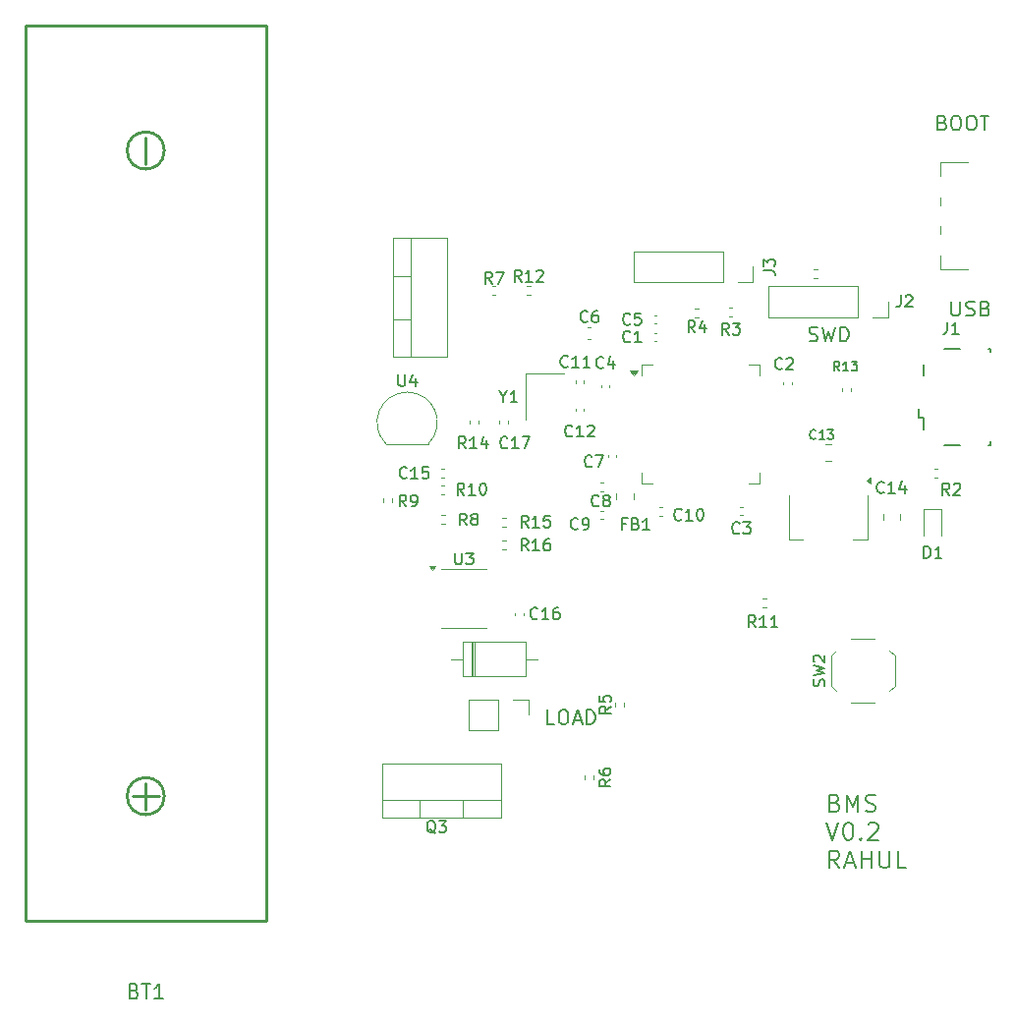
<source format=gbr>
%TF.GenerationSoftware,KiCad,Pcbnew,8.0.8*%
%TF.CreationDate,2025-03-16T20:58:14+11:00*%
%TF.ProjectId,STM32BMS,53544d33-3242-44d5-932e-6b696361645f,rev?*%
%TF.SameCoordinates,Original*%
%TF.FileFunction,Legend,Top*%
%TF.FilePolarity,Positive*%
%FSLAX46Y46*%
G04 Gerber Fmt 4.6, Leading zero omitted, Abs format (unit mm)*
G04 Created by KiCad (PCBNEW 8.0.8) date 2025-03-16 20:58:14*
%MOMM*%
%LPD*%
G01*
G04 APERTURE LIST*
%ADD10C,0.200000*%
%ADD11C,0.150000*%
%ADD12C,0.120000*%
%ADD13C,0.254000*%
G04 APERTURE END LIST*
D10*
X157429197Y-95386623D02*
X157429197Y-96398528D01*
X157429197Y-96398528D02*
X157488720Y-96517576D01*
X157488720Y-96517576D02*
X157548244Y-96577100D01*
X157548244Y-96577100D02*
X157667292Y-96636623D01*
X157667292Y-96636623D02*
X157905387Y-96636623D01*
X157905387Y-96636623D02*
X158024435Y-96577100D01*
X158024435Y-96577100D02*
X158083958Y-96517576D01*
X158083958Y-96517576D02*
X158143482Y-96398528D01*
X158143482Y-96398528D02*
X158143482Y-95386623D01*
X158679197Y-96577100D02*
X158857768Y-96636623D01*
X158857768Y-96636623D02*
X159155387Y-96636623D01*
X159155387Y-96636623D02*
X159274435Y-96577100D01*
X159274435Y-96577100D02*
X159333959Y-96517576D01*
X159333959Y-96517576D02*
X159393482Y-96398528D01*
X159393482Y-96398528D02*
X159393482Y-96279480D01*
X159393482Y-96279480D02*
X159333959Y-96160433D01*
X159333959Y-96160433D02*
X159274435Y-96100909D01*
X159274435Y-96100909D02*
X159155387Y-96041385D01*
X159155387Y-96041385D02*
X158917292Y-95981861D01*
X158917292Y-95981861D02*
X158798244Y-95922338D01*
X158798244Y-95922338D02*
X158738721Y-95862814D01*
X158738721Y-95862814D02*
X158679197Y-95743766D01*
X158679197Y-95743766D02*
X158679197Y-95624719D01*
X158679197Y-95624719D02*
X158738721Y-95505671D01*
X158738721Y-95505671D02*
X158798244Y-95446147D01*
X158798244Y-95446147D02*
X158917292Y-95386623D01*
X158917292Y-95386623D02*
X159214911Y-95386623D01*
X159214911Y-95386623D02*
X159393482Y-95446147D01*
X160345863Y-95981861D02*
X160524435Y-96041385D01*
X160524435Y-96041385D02*
X160583958Y-96100909D01*
X160583958Y-96100909D02*
X160643482Y-96219957D01*
X160643482Y-96219957D02*
X160643482Y-96398528D01*
X160643482Y-96398528D02*
X160583958Y-96517576D01*
X160583958Y-96517576D02*
X160524435Y-96577100D01*
X160524435Y-96577100D02*
X160405387Y-96636623D01*
X160405387Y-96636623D02*
X159929197Y-96636623D01*
X159929197Y-96636623D02*
X159929197Y-95386623D01*
X159929197Y-95386623D02*
X160345863Y-95386623D01*
X160345863Y-95386623D02*
X160464911Y-95446147D01*
X160464911Y-95446147D02*
X160524435Y-95505671D01*
X160524435Y-95505671D02*
X160583958Y-95624719D01*
X160583958Y-95624719D02*
X160583958Y-95743766D01*
X160583958Y-95743766D02*
X160524435Y-95862814D01*
X160524435Y-95862814D02*
X160464911Y-95922338D01*
X160464911Y-95922338D02*
X160345863Y-95981861D01*
X160345863Y-95981861D02*
X159929197Y-95981861D01*
X145169673Y-98777100D02*
X145348244Y-98836623D01*
X145348244Y-98836623D02*
X145645863Y-98836623D01*
X145645863Y-98836623D02*
X145764911Y-98777100D01*
X145764911Y-98777100D02*
X145824435Y-98717576D01*
X145824435Y-98717576D02*
X145883958Y-98598528D01*
X145883958Y-98598528D02*
X145883958Y-98479480D01*
X145883958Y-98479480D02*
X145824435Y-98360433D01*
X145824435Y-98360433D02*
X145764911Y-98300909D01*
X145764911Y-98300909D02*
X145645863Y-98241385D01*
X145645863Y-98241385D02*
X145407768Y-98181861D01*
X145407768Y-98181861D02*
X145288720Y-98122338D01*
X145288720Y-98122338D02*
X145229197Y-98062814D01*
X145229197Y-98062814D02*
X145169673Y-97943766D01*
X145169673Y-97943766D02*
X145169673Y-97824719D01*
X145169673Y-97824719D02*
X145229197Y-97705671D01*
X145229197Y-97705671D02*
X145288720Y-97646147D01*
X145288720Y-97646147D02*
X145407768Y-97586623D01*
X145407768Y-97586623D02*
X145705387Y-97586623D01*
X145705387Y-97586623D02*
X145883958Y-97646147D01*
X146300625Y-97586623D02*
X146598244Y-98836623D01*
X146598244Y-98836623D02*
X146836339Y-97943766D01*
X146836339Y-97943766D02*
X147074434Y-98836623D01*
X147074434Y-98836623D02*
X147372054Y-97586623D01*
X147848244Y-98836623D02*
X147848244Y-97586623D01*
X147848244Y-97586623D02*
X148145863Y-97586623D01*
X148145863Y-97586623D02*
X148324434Y-97646147D01*
X148324434Y-97646147D02*
X148443482Y-97765195D01*
X148443482Y-97765195D02*
X148503005Y-97884242D01*
X148503005Y-97884242D02*
X148562529Y-98122338D01*
X148562529Y-98122338D02*
X148562529Y-98300909D01*
X148562529Y-98300909D02*
X148503005Y-98539004D01*
X148503005Y-98539004D02*
X148443482Y-98658052D01*
X148443482Y-98658052D02*
X148324434Y-98777100D01*
X148324434Y-98777100D02*
X148145863Y-98836623D01*
X148145863Y-98836623D02*
X147848244Y-98836623D01*
X123224435Y-131836623D02*
X122629197Y-131836623D01*
X122629197Y-131836623D02*
X122629197Y-130586623D01*
X123879197Y-130586623D02*
X124117292Y-130586623D01*
X124117292Y-130586623D02*
X124236340Y-130646147D01*
X124236340Y-130646147D02*
X124355387Y-130765195D01*
X124355387Y-130765195D02*
X124414911Y-131003290D01*
X124414911Y-131003290D02*
X124414911Y-131419957D01*
X124414911Y-131419957D02*
X124355387Y-131658052D01*
X124355387Y-131658052D02*
X124236340Y-131777100D01*
X124236340Y-131777100D02*
X124117292Y-131836623D01*
X124117292Y-131836623D02*
X123879197Y-131836623D01*
X123879197Y-131836623D02*
X123760149Y-131777100D01*
X123760149Y-131777100D02*
X123641102Y-131658052D01*
X123641102Y-131658052D02*
X123581578Y-131419957D01*
X123581578Y-131419957D02*
X123581578Y-131003290D01*
X123581578Y-131003290D02*
X123641102Y-130765195D01*
X123641102Y-130765195D02*
X123760149Y-130646147D01*
X123760149Y-130646147D02*
X123879197Y-130586623D01*
X124891102Y-131479480D02*
X125486340Y-131479480D01*
X124772054Y-131836623D02*
X125188721Y-130586623D01*
X125188721Y-130586623D02*
X125605387Y-131836623D01*
X126022055Y-131836623D02*
X126022055Y-130586623D01*
X126022055Y-130586623D02*
X126319674Y-130586623D01*
X126319674Y-130586623D02*
X126498245Y-130646147D01*
X126498245Y-130646147D02*
X126617293Y-130765195D01*
X126617293Y-130765195D02*
X126676816Y-130884242D01*
X126676816Y-130884242D02*
X126736340Y-131122338D01*
X126736340Y-131122338D02*
X126736340Y-131300909D01*
X126736340Y-131300909D02*
X126676816Y-131539004D01*
X126676816Y-131539004D02*
X126617293Y-131658052D01*
X126617293Y-131658052D02*
X126498245Y-131777100D01*
X126498245Y-131777100D02*
X126319674Y-131836623D01*
X126319674Y-131836623D02*
X126022055Y-131836623D01*
X156645863Y-79981861D02*
X156824435Y-80041385D01*
X156824435Y-80041385D02*
X156883958Y-80100909D01*
X156883958Y-80100909D02*
X156943482Y-80219957D01*
X156943482Y-80219957D02*
X156943482Y-80398528D01*
X156943482Y-80398528D02*
X156883958Y-80517576D01*
X156883958Y-80517576D02*
X156824435Y-80577100D01*
X156824435Y-80577100D02*
X156705387Y-80636623D01*
X156705387Y-80636623D02*
X156229197Y-80636623D01*
X156229197Y-80636623D02*
X156229197Y-79386623D01*
X156229197Y-79386623D02*
X156645863Y-79386623D01*
X156645863Y-79386623D02*
X156764911Y-79446147D01*
X156764911Y-79446147D02*
X156824435Y-79505671D01*
X156824435Y-79505671D02*
X156883958Y-79624719D01*
X156883958Y-79624719D02*
X156883958Y-79743766D01*
X156883958Y-79743766D02*
X156824435Y-79862814D01*
X156824435Y-79862814D02*
X156764911Y-79922338D01*
X156764911Y-79922338D02*
X156645863Y-79981861D01*
X156645863Y-79981861D02*
X156229197Y-79981861D01*
X157717292Y-79386623D02*
X157955387Y-79386623D01*
X157955387Y-79386623D02*
X158074435Y-79446147D01*
X158074435Y-79446147D02*
X158193482Y-79565195D01*
X158193482Y-79565195D02*
X158253006Y-79803290D01*
X158253006Y-79803290D02*
X158253006Y-80219957D01*
X158253006Y-80219957D02*
X158193482Y-80458052D01*
X158193482Y-80458052D02*
X158074435Y-80577100D01*
X158074435Y-80577100D02*
X157955387Y-80636623D01*
X157955387Y-80636623D02*
X157717292Y-80636623D01*
X157717292Y-80636623D02*
X157598244Y-80577100D01*
X157598244Y-80577100D02*
X157479197Y-80458052D01*
X157479197Y-80458052D02*
X157419673Y-80219957D01*
X157419673Y-80219957D02*
X157419673Y-79803290D01*
X157419673Y-79803290D02*
X157479197Y-79565195D01*
X157479197Y-79565195D02*
X157598244Y-79446147D01*
X157598244Y-79446147D02*
X157717292Y-79386623D01*
X159026816Y-79386623D02*
X159264911Y-79386623D01*
X159264911Y-79386623D02*
X159383959Y-79446147D01*
X159383959Y-79446147D02*
X159503006Y-79565195D01*
X159503006Y-79565195D02*
X159562530Y-79803290D01*
X159562530Y-79803290D02*
X159562530Y-80219957D01*
X159562530Y-80219957D02*
X159503006Y-80458052D01*
X159503006Y-80458052D02*
X159383959Y-80577100D01*
X159383959Y-80577100D02*
X159264911Y-80636623D01*
X159264911Y-80636623D02*
X159026816Y-80636623D01*
X159026816Y-80636623D02*
X158907768Y-80577100D01*
X158907768Y-80577100D02*
X158788721Y-80458052D01*
X158788721Y-80458052D02*
X158729197Y-80219957D01*
X158729197Y-80219957D02*
X158729197Y-79803290D01*
X158729197Y-79803290D02*
X158788721Y-79565195D01*
X158788721Y-79565195D02*
X158907768Y-79446147D01*
X158907768Y-79446147D02*
X159026816Y-79386623D01*
X159919673Y-79386623D02*
X160633959Y-79386623D01*
X160276816Y-80636623D02*
X160276816Y-79386623D01*
X147388720Y-138590482D02*
X147603006Y-138661910D01*
X147603006Y-138661910D02*
X147674435Y-138733339D01*
X147674435Y-138733339D02*
X147745863Y-138876196D01*
X147745863Y-138876196D02*
X147745863Y-139090482D01*
X147745863Y-139090482D02*
X147674435Y-139233339D01*
X147674435Y-139233339D02*
X147603006Y-139304768D01*
X147603006Y-139304768D02*
X147460149Y-139376196D01*
X147460149Y-139376196D02*
X146888720Y-139376196D01*
X146888720Y-139376196D02*
X146888720Y-137876196D01*
X146888720Y-137876196D02*
X147388720Y-137876196D01*
X147388720Y-137876196D02*
X147531578Y-137947625D01*
X147531578Y-137947625D02*
X147603006Y-138019053D01*
X147603006Y-138019053D02*
X147674435Y-138161910D01*
X147674435Y-138161910D02*
X147674435Y-138304768D01*
X147674435Y-138304768D02*
X147603006Y-138447625D01*
X147603006Y-138447625D02*
X147531578Y-138519053D01*
X147531578Y-138519053D02*
X147388720Y-138590482D01*
X147388720Y-138590482D02*
X146888720Y-138590482D01*
X148388720Y-139376196D02*
X148388720Y-137876196D01*
X148388720Y-137876196D02*
X148888720Y-138947625D01*
X148888720Y-138947625D02*
X149388720Y-137876196D01*
X149388720Y-137876196D02*
X149388720Y-139376196D01*
X150031578Y-139304768D02*
X150245864Y-139376196D01*
X150245864Y-139376196D02*
X150603006Y-139376196D01*
X150603006Y-139376196D02*
X150745864Y-139304768D01*
X150745864Y-139304768D02*
X150817292Y-139233339D01*
X150817292Y-139233339D02*
X150888721Y-139090482D01*
X150888721Y-139090482D02*
X150888721Y-138947625D01*
X150888721Y-138947625D02*
X150817292Y-138804768D01*
X150817292Y-138804768D02*
X150745864Y-138733339D01*
X150745864Y-138733339D02*
X150603006Y-138661910D01*
X150603006Y-138661910D02*
X150317292Y-138590482D01*
X150317292Y-138590482D02*
X150174435Y-138519053D01*
X150174435Y-138519053D02*
X150103006Y-138447625D01*
X150103006Y-138447625D02*
X150031578Y-138304768D01*
X150031578Y-138304768D02*
X150031578Y-138161910D01*
X150031578Y-138161910D02*
X150103006Y-138019053D01*
X150103006Y-138019053D02*
X150174435Y-137947625D01*
X150174435Y-137947625D02*
X150317292Y-137876196D01*
X150317292Y-137876196D02*
X150674435Y-137876196D01*
X150674435Y-137876196D02*
X150888721Y-137947625D01*
X146674435Y-140291112D02*
X147174435Y-141791112D01*
X147174435Y-141791112D02*
X147674435Y-140291112D01*
X148460149Y-140291112D02*
X148603006Y-140291112D01*
X148603006Y-140291112D02*
X148745863Y-140362541D01*
X148745863Y-140362541D02*
X148817292Y-140433969D01*
X148817292Y-140433969D02*
X148888720Y-140576826D01*
X148888720Y-140576826D02*
X148960149Y-140862541D01*
X148960149Y-140862541D02*
X148960149Y-141219684D01*
X148960149Y-141219684D02*
X148888720Y-141505398D01*
X148888720Y-141505398D02*
X148817292Y-141648255D01*
X148817292Y-141648255D02*
X148745863Y-141719684D01*
X148745863Y-141719684D02*
X148603006Y-141791112D01*
X148603006Y-141791112D02*
X148460149Y-141791112D01*
X148460149Y-141791112D02*
X148317292Y-141719684D01*
X148317292Y-141719684D02*
X148245863Y-141648255D01*
X148245863Y-141648255D02*
X148174434Y-141505398D01*
X148174434Y-141505398D02*
X148103006Y-141219684D01*
X148103006Y-141219684D02*
X148103006Y-140862541D01*
X148103006Y-140862541D02*
X148174434Y-140576826D01*
X148174434Y-140576826D02*
X148245863Y-140433969D01*
X148245863Y-140433969D02*
X148317292Y-140362541D01*
X148317292Y-140362541D02*
X148460149Y-140291112D01*
X149603005Y-141648255D02*
X149674434Y-141719684D01*
X149674434Y-141719684D02*
X149603005Y-141791112D01*
X149603005Y-141791112D02*
X149531577Y-141719684D01*
X149531577Y-141719684D02*
X149603005Y-141648255D01*
X149603005Y-141648255D02*
X149603005Y-141791112D01*
X150245863Y-140433969D02*
X150317291Y-140362541D01*
X150317291Y-140362541D02*
X150460149Y-140291112D01*
X150460149Y-140291112D02*
X150817291Y-140291112D01*
X150817291Y-140291112D02*
X150960149Y-140362541D01*
X150960149Y-140362541D02*
X151031577Y-140433969D01*
X151031577Y-140433969D02*
X151103006Y-140576826D01*
X151103006Y-140576826D02*
X151103006Y-140719684D01*
X151103006Y-140719684D02*
X151031577Y-140933969D01*
X151031577Y-140933969D02*
X150174434Y-141791112D01*
X150174434Y-141791112D02*
X151103006Y-141791112D01*
X147745863Y-144206028D02*
X147245863Y-143491742D01*
X146888720Y-144206028D02*
X146888720Y-142706028D01*
X146888720Y-142706028D02*
X147460149Y-142706028D01*
X147460149Y-142706028D02*
X147603006Y-142777457D01*
X147603006Y-142777457D02*
X147674435Y-142848885D01*
X147674435Y-142848885D02*
X147745863Y-142991742D01*
X147745863Y-142991742D02*
X147745863Y-143206028D01*
X147745863Y-143206028D02*
X147674435Y-143348885D01*
X147674435Y-143348885D02*
X147603006Y-143420314D01*
X147603006Y-143420314D02*
X147460149Y-143491742D01*
X147460149Y-143491742D02*
X146888720Y-143491742D01*
X148317292Y-143777457D02*
X149031578Y-143777457D01*
X148174435Y-144206028D02*
X148674435Y-142706028D01*
X148674435Y-142706028D02*
X149174435Y-144206028D01*
X149674434Y-144206028D02*
X149674434Y-142706028D01*
X149674434Y-143420314D02*
X150531577Y-143420314D01*
X150531577Y-144206028D02*
X150531577Y-142706028D01*
X151245863Y-142706028D02*
X151245863Y-143920314D01*
X151245863Y-143920314D02*
X151317292Y-144063171D01*
X151317292Y-144063171D02*
X151388721Y-144134600D01*
X151388721Y-144134600D02*
X151531578Y-144206028D01*
X151531578Y-144206028D02*
X151817292Y-144206028D01*
X151817292Y-144206028D02*
X151960149Y-144134600D01*
X151960149Y-144134600D02*
X152031578Y-144063171D01*
X152031578Y-144063171D02*
X152103006Y-143920314D01*
X152103006Y-143920314D02*
X152103006Y-142706028D01*
X153531578Y-144206028D02*
X152817292Y-144206028D01*
X152817292Y-144206028D02*
X152817292Y-142706028D01*
D11*
X115437142Y-112054819D02*
X115103809Y-111578628D01*
X114865714Y-112054819D02*
X114865714Y-111054819D01*
X114865714Y-111054819D02*
X115246666Y-111054819D01*
X115246666Y-111054819D02*
X115341904Y-111102438D01*
X115341904Y-111102438D02*
X115389523Y-111150057D01*
X115389523Y-111150057D02*
X115437142Y-111245295D01*
X115437142Y-111245295D02*
X115437142Y-111388152D01*
X115437142Y-111388152D02*
X115389523Y-111483390D01*
X115389523Y-111483390D02*
X115341904Y-111531009D01*
X115341904Y-111531009D02*
X115246666Y-111578628D01*
X115246666Y-111578628D02*
X114865714Y-111578628D01*
X116389523Y-112054819D02*
X115818095Y-112054819D01*
X116103809Y-112054819D02*
X116103809Y-111054819D01*
X116103809Y-111054819D02*
X116008571Y-111197676D01*
X116008571Y-111197676D02*
X115913333Y-111292914D01*
X115913333Y-111292914D02*
X115818095Y-111340533D01*
X117008571Y-111054819D02*
X117103809Y-111054819D01*
X117103809Y-111054819D02*
X117199047Y-111102438D01*
X117199047Y-111102438D02*
X117246666Y-111150057D01*
X117246666Y-111150057D02*
X117294285Y-111245295D01*
X117294285Y-111245295D02*
X117341904Y-111435771D01*
X117341904Y-111435771D02*
X117341904Y-111673866D01*
X117341904Y-111673866D02*
X117294285Y-111864342D01*
X117294285Y-111864342D02*
X117246666Y-111959580D01*
X117246666Y-111959580D02*
X117199047Y-112007200D01*
X117199047Y-112007200D02*
X117103809Y-112054819D01*
X117103809Y-112054819D02*
X117008571Y-112054819D01*
X117008571Y-112054819D02*
X116913333Y-112007200D01*
X116913333Y-112007200D02*
X116865714Y-111959580D01*
X116865714Y-111959580D02*
X116818095Y-111864342D01*
X116818095Y-111864342D02*
X116770476Y-111673866D01*
X116770476Y-111673866D02*
X116770476Y-111435771D01*
X116770476Y-111435771D02*
X116818095Y-111245295D01*
X116818095Y-111245295D02*
X116865714Y-111150057D01*
X116865714Y-111150057D02*
X116913333Y-111102438D01*
X116913333Y-111102438D02*
X117008571Y-111054819D01*
X120957142Y-114854819D02*
X120623809Y-114378628D01*
X120385714Y-114854819D02*
X120385714Y-113854819D01*
X120385714Y-113854819D02*
X120766666Y-113854819D01*
X120766666Y-113854819D02*
X120861904Y-113902438D01*
X120861904Y-113902438D02*
X120909523Y-113950057D01*
X120909523Y-113950057D02*
X120957142Y-114045295D01*
X120957142Y-114045295D02*
X120957142Y-114188152D01*
X120957142Y-114188152D02*
X120909523Y-114283390D01*
X120909523Y-114283390D02*
X120861904Y-114331009D01*
X120861904Y-114331009D02*
X120766666Y-114378628D01*
X120766666Y-114378628D02*
X120385714Y-114378628D01*
X121909523Y-114854819D02*
X121338095Y-114854819D01*
X121623809Y-114854819D02*
X121623809Y-113854819D01*
X121623809Y-113854819D02*
X121528571Y-113997676D01*
X121528571Y-113997676D02*
X121433333Y-114092914D01*
X121433333Y-114092914D02*
X121338095Y-114140533D01*
X122814285Y-113854819D02*
X122338095Y-113854819D01*
X122338095Y-113854819D02*
X122290476Y-114331009D01*
X122290476Y-114331009D02*
X122338095Y-114283390D01*
X122338095Y-114283390D02*
X122433333Y-114235771D01*
X122433333Y-114235771D02*
X122671428Y-114235771D01*
X122671428Y-114235771D02*
X122766666Y-114283390D01*
X122766666Y-114283390D02*
X122814285Y-114331009D01*
X122814285Y-114331009D02*
X122861904Y-114426247D01*
X122861904Y-114426247D02*
X122861904Y-114664342D01*
X122861904Y-114664342D02*
X122814285Y-114759580D01*
X122814285Y-114759580D02*
X122766666Y-114807200D01*
X122766666Y-114807200D02*
X122671428Y-114854819D01*
X122671428Y-114854819D02*
X122433333Y-114854819D01*
X122433333Y-114854819D02*
X122338095Y-114807200D01*
X122338095Y-114807200D02*
X122290476Y-114759580D01*
X125233333Y-114959580D02*
X125185714Y-115007200D01*
X125185714Y-115007200D02*
X125042857Y-115054819D01*
X125042857Y-115054819D02*
X124947619Y-115054819D01*
X124947619Y-115054819D02*
X124804762Y-115007200D01*
X124804762Y-115007200D02*
X124709524Y-114911961D01*
X124709524Y-114911961D02*
X124661905Y-114816723D01*
X124661905Y-114816723D02*
X124614286Y-114626247D01*
X124614286Y-114626247D02*
X124614286Y-114483390D01*
X124614286Y-114483390D02*
X124661905Y-114292914D01*
X124661905Y-114292914D02*
X124709524Y-114197676D01*
X124709524Y-114197676D02*
X124804762Y-114102438D01*
X124804762Y-114102438D02*
X124947619Y-114054819D01*
X124947619Y-114054819D02*
X125042857Y-114054819D01*
X125042857Y-114054819D02*
X125185714Y-114102438D01*
X125185714Y-114102438D02*
X125233333Y-114150057D01*
X125709524Y-115054819D02*
X125900000Y-115054819D01*
X125900000Y-115054819D02*
X125995238Y-115007200D01*
X125995238Y-115007200D02*
X126042857Y-114959580D01*
X126042857Y-114959580D02*
X126138095Y-114816723D01*
X126138095Y-114816723D02*
X126185714Y-114626247D01*
X126185714Y-114626247D02*
X126185714Y-114245295D01*
X126185714Y-114245295D02*
X126138095Y-114150057D01*
X126138095Y-114150057D02*
X126090476Y-114102438D01*
X126090476Y-114102438D02*
X125995238Y-114054819D01*
X125995238Y-114054819D02*
X125804762Y-114054819D01*
X125804762Y-114054819D02*
X125709524Y-114102438D01*
X125709524Y-114102438D02*
X125661905Y-114150057D01*
X125661905Y-114150057D02*
X125614286Y-114245295D01*
X125614286Y-114245295D02*
X125614286Y-114483390D01*
X125614286Y-114483390D02*
X125661905Y-114578628D01*
X125661905Y-114578628D02*
X125709524Y-114626247D01*
X125709524Y-114626247D02*
X125804762Y-114673866D01*
X125804762Y-114673866D02*
X125995238Y-114673866D01*
X125995238Y-114673866D02*
X126090476Y-114626247D01*
X126090476Y-114626247D02*
X126138095Y-114578628D01*
X126138095Y-114578628D02*
X126185714Y-114483390D01*
X109768095Y-101694819D02*
X109768095Y-102504342D01*
X109768095Y-102504342D02*
X109815714Y-102599580D01*
X109815714Y-102599580D02*
X109863333Y-102647200D01*
X109863333Y-102647200D02*
X109958571Y-102694819D01*
X109958571Y-102694819D02*
X110149047Y-102694819D01*
X110149047Y-102694819D02*
X110244285Y-102647200D01*
X110244285Y-102647200D02*
X110291904Y-102599580D01*
X110291904Y-102599580D02*
X110339523Y-102504342D01*
X110339523Y-102504342D02*
X110339523Y-101694819D01*
X111244285Y-102028152D02*
X111244285Y-102694819D01*
X111006190Y-101647200D02*
X110768095Y-102361485D01*
X110768095Y-102361485D02*
X111387142Y-102361485D01*
X110433333Y-113054819D02*
X110100000Y-112578628D01*
X109861905Y-113054819D02*
X109861905Y-112054819D01*
X109861905Y-112054819D02*
X110242857Y-112054819D01*
X110242857Y-112054819D02*
X110338095Y-112102438D01*
X110338095Y-112102438D02*
X110385714Y-112150057D01*
X110385714Y-112150057D02*
X110433333Y-112245295D01*
X110433333Y-112245295D02*
X110433333Y-112388152D01*
X110433333Y-112388152D02*
X110385714Y-112483390D01*
X110385714Y-112483390D02*
X110338095Y-112531009D01*
X110338095Y-112531009D02*
X110242857Y-112578628D01*
X110242857Y-112578628D02*
X109861905Y-112578628D01*
X110909524Y-113054819D02*
X111100000Y-113054819D01*
X111100000Y-113054819D02*
X111195238Y-113007200D01*
X111195238Y-113007200D02*
X111242857Y-112959580D01*
X111242857Y-112959580D02*
X111338095Y-112816723D01*
X111338095Y-112816723D02*
X111385714Y-112626247D01*
X111385714Y-112626247D02*
X111385714Y-112245295D01*
X111385714Y-112245295D02*
X111338095Y-112150057D01*
X111338095Y-112150057D02*
X111290476Y-112102438D01*
X111290476Y-112102438D02*
X111195238Y-112054819D01*
X111195238Y-112054819D02*
X111004762Y-112054819D01*
X111004762Y-112054819D02*
X110909524Y-112102438D01*
X110909524Y-112102438D02*
X110861905Y-112150057D01*
X110861905Y-112150057D02*
X110814286Y-112245295D01*
X110814286Y-112245295D02*
X110814286Y-112483390D01*
X110814286Y-112483390D02*
X110861905Y-112578628D01*
X110861905Y-112578628D02*
X110909524Y-112626247D01*
X110909524Y-112626247D02*
X111004762Y-112673866D01*
X111004762Y-112673866D02*
X111195238Y-112673866D01*
X111195238Y-112673866D02*
X111290476Y-112626247D01*
X111290476Y-112626247D02*
X111338095Y-112578628D01*
X111338095Y-112578628D02*
X111385714Y-112483390D01*
X128054819Y-136566666D02*
X127578628Y-136899999D01*
X128054819Y-137138094D02*
X127054819Y-137138094D01*
X127054819Y-137138094D02*
X127054819Y-136757142D01*
X127054819Y-136757142D02*
X127102438Y-136661904D01*
X127102438Y-136661904D02*
X127150057Y-136614285D01*
X127150057Y-136614285D02*
X127245295Y-136566666D01*
X127245295Y-136566666D02*
X127388152Y-136566666D01*
X127388152Y-136566666D02*
X127483390Y-136614285D01*
X127483390Y-136614285D02*
X127531009Y-136661904D01*
X127531009Y-136661904D02*
X127578628Y-136757142D01*
X127578628Y-136757142D02*
X127578628Y-137138094D01*
X127054819Y-135709523D02*
X127054819Y-135899999D01*
X127054819Y-135899999D02*
X127102438Y-135995237D01*
X127102438Y-135995237D02*
X127150057Y-136042856D01*
X127150057Y-136042856D02*
X127292914Y-136138094D01*
X127292914Y-136138094D02*
X127483390Y-136185713D01*
X127483390Y-136185713D02*
X127864342Y-136185713D01*
X127864342Y-136185713D02*
X127959580Y-136138094D01*
X127959580Y-136138094D02*
X128007200Y-136090475D01*
X128007200Y-136090475D02*
X128054819Y-135995237D01*
X128054819Y-135995237D02*
X128054819Y-135804761D01*
X128054819Y-135804761D02*
X128007200Y-135709523D01*
X128007200Y-135709523D02*
X127959580Y-135661904D01*
X127959580Y-135661904D02*
X127864342Y-135614285D01*
X127864342Y-135614285D02*
X127626247Y-135614285D01*
X127626247Y-135614285D02*
X127531009Y-135661904D01*
X127531009Y-135661904D02*
X127483390Y-135709523D01*
X127483390Y-135709523D02*
X127435771Y-135804761D01*
X127435771Y-135804761D02*
X127435771Y-135995237D01*
X127435771Y-135995237D02*
X127483390Y-136090475D01*
X127483390Y-136090475D02*
X127531009Y-136138094D01*
X127531009Y-136138094D02*
X127626247Y-136185713D01*
X151607142Y-111817080D02*
X151559523Y-111864700D01*
X151559523Y-111864700D02*
X151416666Y-111912319D01*
X151416666Y-111912319D02*
X151321428Y-111912319D01*
X151321428Y-111912319D02*
X151178571Y-111864700D01*
X151178571Y-111864700D02*
X151083333Y-111769461D01*
X151083333Y-111769461D02*
X151035714Y-111674223D01*
X151035714Y-111674223D02*
X150988095Y-111483747D01*
X150988095Y-111483747D02*
X150988095Y-111340890D01*
X150988095Y-111340890D02*
X151035714Y-111150414D01*
X151035714Y-111150414D02*
X151083333Y-111055176D01*
X151083333Y-111055176D02*
X151178571Y-110959938D01*
X151178571Y-110959938D02*
X151321428Y-110912319D01*
X151321428Y-110912319D02*
X151416666Y-110912319D01*
X151416666Y-110912319D02*
X151559523Y-110959938D01*
X151559523Y-110959938D02*
X151607142Y-111007557D01*
X152559523Y-111912319D02*
X151988095Y-111912319D01*
X152273809Y-111912319D02*
X152273809Y-110912319D01*
X152273809Y-110912319D02*
X152178571Y-111055176D01*
X152178571Y-111055176D02*
X152083333Y-111150414D01*
X152083333Y-111150414D02*
X151988095Y-111198033D01*
X153416666Y-111245652D02*
X153416666Y-111912319D01*
X153178571Y-110864700D02*
X152940476Y-111578985D01*
X152940476Y-111578985D02*
X153559523Y-111578985D01*
X140537142Y-123454819D02*
X140203809Y-122978628D01*
X139965714Y-123454819D02*
X139965714Y-122454819D01*
X139965714Y-122454819D02*
X140346666Y-122454819D01*
X140346666Y-122454819D02*
X140441904Y-122502438D01*
X140441904Y-122502438D02*
X140489523Y-122550057D01*
X140489523Y-122550057D02*
X140537142Y-122645295D01*
X140537142Y-122645295D02*
X140537142Y-122788152D01*
X140537142Y-122788152D02*
X140489523Y-122883390D01*
X140489523Y-122883390D02*
X140441904Y-122931009D01*
X140441904Y-122931009D02*
X140346666Y-122978628D01*
X140346666Y-122978628D02*
X139965714Y-122978628D01*
X141489523Y-123454819D02*
X140918095Y-123454819D01*
X141203809Y-123454819D02*
X141203809Y-122454819D01*
X141203809Y-122454819D02*
X141108571Y-122597676D01*
X141108571Y-122597676D02*
X141013333Y-122692914D01*
X141013333Y-122692914D02*
X140918095Y-122740533D01*
X142441904Y-123454819D02*
X141870476Y-123454819D01*
X142156190Y-123454819D02*
X142156190Y-122454819D01*
X142156190Y-122454819D02*
X142060952Y-122597676D01*
X142060952Y-122597676D02*
X141965714Y-122692914D01*
X141965714Y-122692914D02*
X141870476Y-122740533D01*
X119157142Y-107959580D02*
X119109523Y-108007200D01*
X119109523Y-108007200D02*
X118966666Y-108054819D01*
X118966666Y-108054819D02*
X118871428Y-108054819D01*
X118871428Y-108054819D02*
X118728571Y-108007200D01*
X118728571Y-108007200D02*
X118633333Y-107911961D01*
X118633333Y-107911961D02*
X118585714Y-107816723D01*
X118585714Y-107816723D02*
X118538095Y-107626247D01*
X118538095Y-107626247D02*
X118538095Y-107483390D01*
X118538095Y-107483390D02*
X118585714Y-107292914D01*
X118585714Y-107292914D02*
X118633333Y-107197676D01*
X118633333Y-107197676D02*
X118728571Y-107102438D01*
X118728571Y-107102438D02*
X118871428Y-107054819D01*
X118871428Y-107054819D02*
X118966666Y-107054819D01*
X118966666Y-107054819D02*
X119109523Y-107102438D01*
X119109523Y-107102438D02*
X119157142Y-107150057D01*
X120109523Y-108054819D02*
X119538095Y-108054819D01*
X119823809Y-108054819D02*
X119823809Y-107054819D01*
X119823809Y-107054819D02*
X119728571Y-107197676D01*
X119728571Y-107197676D02*
X119633333Y-107292914D01*
X119633333Y-107292914D02*
X119538095Y-107340533D01*
X120442857Y-107054819D02*
X121109523Y-107054819D01*
X121109523Y-107054819D02*
X120680952Y-108054819D01*
X157061666Y-97184819D02*
X157061666Y-97899104D01*
X157061666Y-97899104D02*
X157014047Y-98041961D01*
X157014047Y-98041961D02*
X156918809Y-98137200D01*
X156918809Y-98137200D02*
X156775952Y-98184819D01*
X156775952Y-98184819D02*
X156680714Y-98184819D01*
X158061666Y-98184819D02*
X157490238Y-98184819D01*
X157775952Y-98184819D02*
X157775952Y-97184819D01*
X157775952Y-97184819D02*
X157680714Y-97327676D01*
X157680714Y-97327676D02*
X157585476Y-97422914D01*
X157585476Y-97422914D02*
X157490238Y-97470533D01*
X115557142Y-108054819D02*
X115223809Y-107578628D01*
X114985714Y-108054819D02*
X114985714Y-107054819D01*
X114985714Y-107054819D02*
X115366666Y-107054819D01*
X115366666Y-107054819D02*
X115461904Y-107102438D01*
X115461904Y-107102438D02*
X115509523Y-107150057D01*
X115509523Y-107150057D02*
X115557142Y-107245295D01*
X115557142Y-107245295D02*
X115557142Y-107388152D01*
X115557142Y-107388152D02*
X115509523Y-107483390D01*
X115509523Y-107483390D02*
X115461904Y-107531009D01*
X115461904Y-107531009D02*
X115366666Y-107578628D01*
X115366666Y-107578628D02*
X114985714Y-107578628D01*
X116509523Y-108054819D02*
X115938095Y-108054819D01*
X116223809Y-108054819D02*
X116223809Y-107054819D01*
X116223809Y-107054819D02*
X116128571Y-107197676D01*
X116128571Y-107197676D02*
X116033333Y-107292914D01*
X116033333Y-107292914D02*
X115938095Y-107340533D01*
X117366666Y-107388152D02*
X117366666Y-108054819D01*
X117128571Y-107007200D02*
X116890476Y-107721485D01*
X116890476Y-107721485D02*
X117509523Y-107721485D01*
X145735714Y-107186104D02*
X145697618Y-107224200D01*
X145697618Y-107224200D02*
X145583333Y-107262295D01*
X145583333Y-107262295D02*
X145507142Y-107262295D01*
X145507142Y-107262295D02*
X145392856Y-107224200D01*
X145392856Y-107224200D02*
X145316666Y-107148009D01*
X145316666Y-107148009D02*
X145278571Y-107071819D01*
X145278571Y-107071819D02*
X145240475Y-106919438D01*
X145240475Y-106919438D02*
X145240475Y-106805152D01*
X145240475Y-106805152D02*
X145278571Y-106652771D01*
X145278571Y-106652771D02*
X145316666Y-106576580D01*
X145316666Y-106576580D02*
X145392856Y-106500390D01*
X145392856Y-106500390D02*
X145507142Y-106462295D01*
X145507142Y-106462295D02*
X145583333Y-106462295D01*
X145583333Y-106462295D02*
X145697618Y-106500390D01*
X145697618Y-106500390D02*
X145735714Y-106538485D01*
X146497618Y-107262295D02*
X146040475Y-107262295D01*
X146269047Y-107262295D02*
X146269047Y-106462295D01*
X146269047Y-106462295D02*
X146192856Y-106576580D01*
X146192856Y-106576580D02*
X146116666Y-106652771D01*
X146116666Y-106652771D02*
X146040475Y-106690866D01*
X146764285Y-106462295D02*
X147259523Y-106462295D01*
X147259523Y-106462295D02*
X146992857Y-106767057D01*
X146992857Y-106767057D02*
X147107142Y-106767057D01*
X147107142Y-106767057D02*
X147183333Y-106805152D01*
X147183333Y-106805152D02*
X147221428Y-106843247D01*
X147221428Y-106843247D02*
X147259523Y-106919438D01*
X147259523Y-106919438D02*
X147259523Y-107109914D01*
X147259523Y-107109914D02*
X147221428Y-107186104D01*
X147221428Y-107186104D02*
X147183333Y-107224200D01*
X147183333Y-107224200D02*
X147107142Y-107262295D01*
X147107142Y-107262295D02*
X146878571Y-107262295D01*
X146878571Y-107262295D02*
X146802380Y-107224200D01*
X146802380Y-107224200D02*
X146764285Y-107186104D01*
X120357142Y-93684819D02*
X120023809Y-93208628D01*
X119785714Y-93684819D02*
X119785714Y-92684819D01*
X119785714Y-92684819D02*
X120166666Y-92684819D01*
X120166666Y-92684819D02*
X120261904Y-92732438D01*
X120261904Y-92732438D02*
X120309523Y-92780057D01*
X120309523Y-92780057D02*
X120357142Y-92875295D01*
X120357142Y-92875295D02*
X120357142Y-93018152D01*
X120357142Y-93018152D02*
X120309523Y-93113390D01*
X120309523Y-93113390D02*
X120261904Y-93161009D01*
X120261904Y-93161009D02*
X120166666Y-93208628D01*
X120166666Y-93208628D02*
X119785714Y-93208628D01*
X121309523Y-93684819D02*
X120738095Y-93684819D01*
X121023809Y-93684819D02*
X121023809Y-92684819D01*
X121023809Y-92684819D02*
X120928571Y-92827676D01*
X120928571Y-92827676D02*
X120833333Y-92922914D01*
X120833333Y-92922914D02*
X120738095Y-92970533D01*
X121690476Y-92780057D02*
X121738095Y-92732438D01*
X121738095Y-92732438D02*
X121833333Y-92684819D01*
X121833333Y-92684819D02*
X122071428Y-92684819D01*
X122071428Y-92684819D02*
X122166666Y-92732438D01*
X122166666Y-92732438D02*
X122214285Y-92780057D01*
X122214285Y-92780057D02*
X122261904Y-92875295D01*
X122261904Y-92875295D02*
X122261904Y-92970533D01*
X122261904Y-92970533D02*
X122214285Y-93113390D01*
X122214285Y-93113390D02*
X121642857Y-93684819D01*
X121642857Y-93684819D02*
X122261904Y-93684819D01*
X112964761Y-141220057D02*
X112869523Y-141172438D01*
X112869523Y-141172438D02*
X112774285Y-141077200D01*
X112774285Y-141077200D02*
X112631428Y-140934342D01*
X112631428Y-140934342D02*
X112536190Y-140886723D01*
X112536190Y-140886723D02*
X112440952Y-140886723D01*
X112488571Y-141124819D02*
X112393333Y-141077200D01*
X112393333Y-141077200D02*
X112298095Y-140981961D01*
X112298095Y-140981961D02*
X112250476Y-140791485D01*
X112250476Y-140791485D02*
X112250476Y-140458152D01*
X112250476Y-140458152D02*
X112298095Y-140267676D01*
X112298095Y-140267676D02*
X112393333Y-140172438D01*
X112393333Y-140172438D02*
X112488571Y-140124819D01*
X112488571Y-140124819D02*
X112679047Y-140124819D01*
X112679047Y-140124819D02*
X112774285Y-140172438D01*
X112774285Y-140172438D02*
X112869523Y-140267676D01*
X112869523Y-140267676D02*
X112917142Y-140458152D01*
X112917142Y-140458152D02*
X112917142Y-140791485D01*
X112917142Y-140791485D02*
X112869523Y-140981961D01*
X112869523Y-140981961D02*
X112774285Y-141077200D01*
X112774285Y-141077200D02*
X112679047Y-141124819D01*
X112679047Y-141124819D02*
X112488571Y-141124819D01*
X113250476Y-140124819D02*
X113869523Y-140124819D01*
X113869523Y-140124819D02*
X113536190Y-140505771D01*
X113536190Y-140505771D02*
X113679047Y-140505771D01*
X113679047Y-140505771D02*
X113774285Y-140553390D01*
X113774285Y-140553390D02*
X113821904Y-140601009D01*
X113821904Y-140601009D02*
X113869523Y-140696247D01*
X113869523Y-140696247D02*
X113869523Y-140934342D01*
X113869523Y-140934342D02*
X113821904Y-141029580D01*
X113821904Y-141029580D02*
X113774285Y-141077200D01*
X113774285Y-141077200D02*
X113679047Y-141124819D01*
X113679047Y-141124819D02*
X113393333Y-141124819D01*
X113393333Y-141124819D02*
X113298095Y-141077200D01*
X113298095Y-141077200D02*
X113250476Y-141029580D01*
X126433333Y-109559580D02*
X126385714Y-109607200D01*
X126385714Y-109607200D02*
X126242857Y-109654819D01*
X126242857Y-109654819D02*
X126147619Y-109654819D01*
X126147619Y-109654819D02*
X126004762Y-109607200D01*
X126004762Y-109607200D02*
X125909524Y-109511961D01*
X125909524Y-109511961D02*
X125861905Y-109416723D01*
X125861905Y-109416723D02*
X125814286Y-109226247D01*
X125814286Y-109226247D02*
X125814286Y-109083390D01*
X125814286Y-109083390D02*
X125861905Y-108892914D01*
X125861905Y-108892914D02*
X125909524Y-108797676D01*
X125909524Y-108797676D02*
X126004762Y-108702438D01*
X126004762Y-108702438D02*
X126147619Y-108654819D01*
X126147619Y-108654819D02*
X126242857Y-108654819D01*
X126242857Y-108654819D02*
X126385714Y-108702438D01*
X126385714Y-108702438D02*
X126433333Y-108750057D01*
X126766667Y-108654819D02*
X127433333Y-108654819D01*
X127433333Y-108654819D02*
X127004762Y-109654819D01*
X124357142Y-100959580D02*
X124309523Y-101007200D01*
X124309523Y-101007200D02*
X124166666Y-101054819D01*
X124166666Y-101054819D02*
X124071428Y-101054819D01*
X124071428Y-101054819D02*
X123928571Y-101007200D01*
X123928571Y-101007200D02*
X123833333Y-100911961D01*
X123833333Y-100911961D02*
X123785714Y-100816723D01*
X123785714Y-100816723D02*
X123738095Y-100626247D01*
X123738095Y-100626247D02*
X123738095Y-100483390D01*
X123738095Y-100483390D02*
X123785714Y-100292914D01*
X123785714Y-100292914D02*
X123833333Y-100197676D01*
X123833333Y-100197676D02*
X123928571Y-100102438D01*
X123928571Y-100102438D02*
X124071428Y-100054819D01*
X124071428Y-100054819D02*
X124166666Y-100054819D01*
X124166666Y-100054819D02*
X124309523Y-100102438D01*
X124309523Y-100102438D02*
X124357142Y-100150057D01*
X125309523Y-101054819D02*
X124738095Y-101054819D01*
X125023809Y-101054819D02*
X125023809Y-100054819D01*
X125023809Y-100054819D02*
X124928571Y-100197676D01*
X124928571Y-100197676D02*
X124833333Y-100292914D01*
X124833333Y-100292914D02*
X124738095Y-100340533D01*
X126261904Y-101054819D02*
X125690476Y-101054819D01*
X125976190Y-101054819D02*
X125976190Y-100054819D01*
X125976190Y-100054819D02*
X125880952Y-100197676D01*
X125880952Y-100197676D02*
X125785714Y-100292914D01*
X125785714Y-100292914D02*
X125690476Y-100340533D01*
X114638095Y-117054819D02*
X114638095Y-117864342D01*
X114638095Y-117864342D02*
X114685714Y-117959580D01*
X114685714Y-117959580D02*
X114733333Y-118007200D01*
X114733333Y-118007200D02*
X114828571Y-118054819D01*
X114828571Y-118054819D02*
X115019047Y-118054819D01*
X115019047Y-118054819D02*
X115114285Y-118007200D01*
X115114285Y-118007200D02*
X115161904Y-117959580D01*
X115161904Y-117959580D02*
X115209523Y-117864342D01*
X115209523Y-117864342D02*
X115209523Y-117054819D01*
X115590476Y-117054819D02*
X116209523Y-117054819D01*
X116209523Y-117054819D02*
X115876190Y-117435771D01*
X115876190Y-117435771D02*
X116019047Y-117435771D01*
X116019047Y-117435771D02*
X116114285Y-117483390D01*
X116114285Y-117483390D02*
X116161904Y-117531009D01*
X116161904Y-117531009D02*
X116209523Y-117626247D01*
X116209523Y-117626247D02*
X116209523Y-117864342D01*
X116209523Y-117864342D02*
X116161904Y-117959580D01*
X116161904Y-117959580D02*
X116114285Y-118007200D01*
X116114285Y-118007200D02*
X116019047Y-118054819D01*
X116019047Y-118054819D02*
X115733333Y-118054819D01*
X115733333Y-118054819D02*
X115638095Y-118007200D01*
X115638095Y-118007200D02*
X115590476Y-117959580D01*
X127433333Y-101059580D02*
X127385714Y-101107200D01*
X127385714Y-101107200D02*
X127242857Y-101154819D01*
X127242857Y-101154819D02*
X127147619Y-101154819D01*
X127147619Y-101154819D02*
X127004762Y-101107200D01*
X127004762Y-101107200D02*
X126909524Y-101011961D01*
X126909524Y-101011961D02*
X126861905Y-100916723D01*
X126861905Y-100916723D02*
X126814286Y-100726247D01*
X126814286Y-100726247D02*
X126814286Y-100583390D01*
X126814286Y-100583390D02*
X126861905Y-100392914D01*
X126861905Y-100392914D02*
X126909524Y-100297676D01*
X126909524Y-100297676D02*
X127004762Y-100202438D01*
X127004762Y-100202438D02*
X127147619Y-100154819D01*
X127147619Y-100154819D02*
X127242857Y-100154819D01*
X127242857Y-100154819D02*
X127385714Y-100202438D01*
X127385714Y-100202438D02*
X127433333Y-100250057D01*
X128290476Y-100488152D02*
X128290476Y-101154819D01*
X128052381Y-100107200D02*
X127814286Y-100821485D01*
X127814286Y-100821485D02*
X128433333Y-100821485D01*
X110477142Y-110559580D02*
X110429523Y-110607200D01*
X110429523Y-110607200D02*
X110286666Y-110654819D01*
X110286666Y-110654819D02*
X110191428Y-110654819D01*
X110191428Y-110654819D02*
X110048571Y-110607200D01*
X110048571Y-110607200D02*
X109953333Y-110511961D01*
X109953333Y-110511961D02*
X109905714Y-110416723D01*
X109905714Y-110416723D02*
X109858095Y-110226247D01*
X109858095Y-110226247D02*
X109858095Y-110083390D01*
X109858095Y-110083390D02*
X109905714Y-109892914D01*
X109905714Y-109892914D02*
X109953333Y-109797676D01*
X109953333Y-109797676D02*
X110048571Y-109702438D01*
X110048571Y-109702438D02*
X110191428Y-109654819D01*
X110191428Y-109654819D02*
X110286666Y-109654819D01*
X110286666Y-109654819D02*
X110429523Y-109702438D01*
X110429523Y-109702438D02*
X110477142Y-109750057D01*
X111429523Y-110654819D02*
X110858095Y-110654819D01*
X111143809Y-110654819D02*
X111143809Y-109654819D01*
X111143809Y-109654819D02*
X111048571Y-109797676D01*
X111048571Y-109797676D02*
X110953333Y-109892914D01*
X110953333Y-109892914D02*
X110858095Y-109940533D01*
X112334285Y-109654819D02*
X111858095Y-109654819D01*
X111858095Y-109654819D02*
X111810476Y-110131009D01*
X111810476Y-110131009D02*
X111858095Y-110083390D01*
X111858095Y-110083390D02*
X111953333Y-110035771D01*
X111953333Y-110035771D02*
X112191428Y-110035771D01*
X112191428Y-110035771D02*
X112286666Y-110083390D01*
X112286666Y-110083390D02*
X112334285Y-110131009D01*
X112334285Y-110131009D02*
X112381904Y-110226247D01*
X112381904Y-110226247D02*
X112381904Y-110464342D01*
X112381904Y-110464342D02*
X112334285Y-110559580D01*
X112334285Y-110559580D02*
X112286666Y-110607200D01*
X112286666Y-110607200D02*
X112191428Y-110654819D01*
X112191428Y-110654819D02*
X111953333Y-110654819D01*
X111953333Y-110654819D02*
X111858095Y-110607200D01*
X111858095Y-110607200D02*
X111810476Y-110559580D01*
X128084819Y-130276666D02*
X127608628Y-130609999D01*
X128084819Y-130848094D02*
X127084819Y-130848094D01*
X127084819Y-130848094D02*
X127084819Y-130467142D01*
X127084819Y-130467142D02*
X127132438Y-130371904D01*
X127132438Y-130371904D02*
X127180057Y-130324285D01*
X127180057Y-130324285D02*
X127275295Y-130276666D01*
X127275295Y-130276666D02*
X127418152Y-130276666D01*
X127418152Y-130276666D02*
X127513390Y-130324285D01*
X127513390Y-130324285D02*
X127561009Y-130371904D01*
X127561009Y-130371904D02*
X127608628Y-130467142D01*
X127608628Y-130467142D02*
X127608628Y-130848094D01*
X127084819Y-129371904D02*
X127084819Y-129848094D01*
X127084819Y-129848094D02*
X127561009Y-129895713D01*
X127561009Y-129895713D02*
X127513390Y-129848094D01*
X127513390Y-129848094D02*
X127465771Y-129752856D01*
X127465771Y-129752856D02*
X127465771Y-129514761D01*
X127465771Y-129514761D02*
X127513390Y-129419523D01*
X127513390Y-129419523D02*
X127561009Y-129371904D01*
X127561009Y-129371904D02*
X127656247Y-129324285D01*
X127656247Y-129324285D02*
X127894342Y-129324285D01*
X127894342Y-129324285D02*
X127989580Y-129371904D01*
X127989580Y-129371904D02*
X128037200Y-129419523D01*
X128037200Y-129419523D02*
X128084819Y-129514761D01*
X128084819Y-129514761D02*
X128084819Y-129752856D01*
X128084819Y-129752856D02*
X128037200Y-129848094D01*
X128037200Y-129848094D02*
X127989580Y-129895713D01*
X129366666Y-114531009D02*
X129033333Y-114531009D01*
X129033333Y-115054819D02*
X129033333Y-114054819D01*
X129033333Y-114054819D02*
X129509523Y-114054819D01*
X130223809Y-114531009D02*
X130366666Y-114578628D01*
X130366666Y-114578628D02*
X130414285Y-114626247D01*
X130414285Y-114626247D02*
X130461904Y-114721485D01*
X130461904Y-114721485D02*
X130461904Y-114864342D01*
X130461904Y-114864342D02*
X130414285Y-114959580D01*
X130414285Y-114959580D02*
X130366666Y-115007200D01*
X130366666Y-115007200D02*
X130271428Y-115054819D01*
X130271428Y-115054819D02*
X129890476Y-115054819D01*
X129890476Y-115054819D02*
X129890476Y-114054819D01*
X129890476Y-114054819D02*
X130223809Y-114054819D01*
X130223809Y-114054819D02*
X130319047Y-114102438D01*
X130319047Y-114102438D02*
X130366666Y-114150057D01*
X130366666Y-114150057D02*
X130414285Y-114245295D01*
X130414285Y-114245295D02*
X130414285Y-114340533D01*
X130414285Y-114340533D02*
X130366666Y-114435771D01*
X130366666Y-114435771D02*
X130319047Y-114483390D01*
X130319047Y-114483390D02*
X130223809Y-114531009D01*
X130223809Y-114531009D02*
X129890476Y-114531009D01*
X131414285Y-115054819D02*
X130842857Y-115054819D01*
X131128571Y-115054819D02*
X131128571Y-114054819D01*
X131128571Y-114054819D02*
X131033333Y-114197676D01*
X131033333Y-114197676D02*
X130938095Y-114292914D01*
X130938095Y-114292914D02*
X130842857Y-114340533D01*
X121757142Y-122679580D02*
X121709523Y-122727200D01*
X121709523Y-122727200D02*
X121566666Y-122774819D01*
X121566666Y-122774819D02*
X121471428Y-122774819D01*
X121471428Y-122774819D02*
X121328571Y-122727200D01*
X121328571Y-122727200D02*
X121233333Y-122631961D01*
X121233333Y-122631961D02*
X121185714Y-122536723D01*
X121185714Y-122536723D02*
X121138095Y-122346247D01*
X121138095Y-122346247D02*
X121138095Y-122203390D01*
X121138095Y-122203390D02*
X121185714Y-122012914D01*
X121185714Y-122012914D02*
X121233333Y-121917676D01*
X121233333Y-121917676D02*
X121328571Y-121822438D01*
X121328571Y-121822438D02*
X121471428Y-121774819D01*
X121471428Y-121774819D02*
X121566666Y-121774819D01*
X121566666Y-121774819D02*
X121709523Y-121822438D01*
X121709523Y-121822438D02*
X121757142Y-121870057D01*
X122709523Y-122774819D02*
X122138095Y-122774819D01*
X122423809Y-122774819D02*
X122423809Y-121774819D01*
X122423809Y-121774819D02*
X122328571Y-121917676D01*
X122328571Y-121917676D02*
X122233333Y-122012914D01*
X122233333Y-122012914D02*
X122138095Y-122060533D01*
X123566666Y-121774819D02*
X123376190Y-121774819D01*
X123376190Y-121774819D02*
X123280952Y-121822438D01*
X123280952Y-121822438D02*
X123233333Y-121870057D01*
X123233333Y-121870057D02*
X123138095Y-122012914D01*
X123138095Y-122012914D02*
X123090476Y-122203390D01*
X123090476Y-122203390D02*
X123090476Y-122584342D01*
X123090476Y-122584342D02*
X123138095Y-122679580D01*
X123138095Y-122679580D02*
X123185714Y-122727200D01*
X123185714Y-122727200D02*
X123280952Y-122774819D01*
X123280952Y-122774819D02*
X123471428Y-122774819D01*
X123471428Y-122774819D02*
X123566666Y-122727200D01*
X123566666Y-122727200D02*
X123614285Y-122679580D01*
X123614285Y-122679580D02*
X123661904Y-122584342D01*
X123661904Y-122584342D02*
X123661904Y-122346247D01*
X123661904Y-122346247D02*
X123614285Y-122251009D01*
X123614285Y-122251009D02*
X123566666Y-122203390D01*
X123566666Y-122203390D02*
X123471428Y-122155771D01*
X123471428Y-122155771D02*
X123280952Y-122155771D01*
X123280952Y-122155771D02*
X123185714Y-122203390D01*
X123185714Y-122203390D02*
X123138095Y-122251009D01*
X123138095Y-122251009D02*
X123090476Y-122346247D01*
X134157142Y-114159580D02*
X134109523Y-114207200D01*
X134109523Y-114207200D02*
X133966666Y-114254819D01*
X133966666Y-114254819D02*
X133871428Y-114254819D01*
X133871428Y-114254819D02*
X133728571Y-114207200D01*
X133728571Y-114207200D02*
X133633333Y-114111961D01*
X133633333Y-114111961D02*
X133585714Y-114016723D01*
X133585714Y-114016723D02*
X133538095Y-113826247D01*
X133538095Y-113826247D02*
X133538095Y-113683390D01*
X133538095Y-113683390D02*
X133585714Y-113492914D01*
X133585714Y-113492914D02*
X133633333Y-113397676D01*
X133633333Y-113397676D02*
X133728571Y-113302438D01*
X133728571Y-113302438D02*
X133871428Y-113254819D01*
X133871428Y-113254819D02*
X133966666Y-113254819D01*
X133966666Y-113254819D02*
X134109523Y-113302438D01*
X134109523Y-113302438D02*
X134157142Y-113350057D01*
X135109523Y-114254819D02*
X134538095Y-114254819D01*
X134823809Y-114254819D02*
X134823809Y-113254819D01*
X134823809Y-113254819D02*
X134728571Y-113397676D01*
X134728571Y-113397676D02*
X134633333Y-113492914D01*
X134633333Y-113492914D02*
X134538095Y-113540533D01*
X135728571Y-113254819D02*
X135823809Y-113254819D01*
X135823809Y-113254819D02*
X135919047Y-113302438D01*
X135919047Y-113302438D02*
X135966666Y-113350057D01*
X135966666Y-113350057D02*
X136014285Y-113445295D01*
X136014285Y-113445295D02*
X136061904Y-113635771D01*
X136061904Y-113635771D02*
X136061904Y-113873866D01*
X136061904Y-113873866D02*
X136014285Y-114064342D01*
X136014285Y-114064342D02*
X135966666Y-114159580D01*
X135966666Y-114159580D02*
X135919047Y-114207200D01*
X135919047Y-114207200D02*
X135823809Y-114254819D01*
X135823809Y-114254819D02*
X135728571Y-114254819D01*
X135728571Y-114254819D02*
X135633333Y-114207200D01*
X135633333Y-114207200D02*
X135585714Y-114159580D01*
X135585714Y-114159580D02*
X135538095Y-114064342D01*
X135538095Y-114064342D02*
X135490476Y-113873866D01*
X135490476Y-113873866D02*
X135490476Y-113635771D01*
X135490476Y-113635771D02*
X135538095Y-113445295D01*
X135538095Y-113445295D02*
X135585714Y-113350057D01*
X135585714Y-113350057D02*
X135633333Y-113302438D01*
X135633333Y-113302438D02*
X135728571Y-113254819D01*
X117833333Y-93854819D02*
X117500000Y-93378628D01*
X117261905Y-93854819D02*
X117261905Y-92854819D01*
X117261905Y-92854819D02*
X117642857Y-92854819D01*
X117642857Y-92854819D02*
X117738095Y-92902438D01*
X117738095Y-92902438D02*
X117785714Y-92950057D01*
X117785714Y-92950057D02*
X117833333Y-93045295D01*
X117833333Y-93045295D02*
X117833333Y-93188152D01*
X117833333Y-93188152D02*
X117785714Y-93283390D01*
X117785714Y-93283390D02*
X117738095Y-93331009D01*
X117738095Y-93331009D02*
X117642857Y-93378628D01*
X117642857Y-93378628D02*
X117261905Y-93378628D01*
X118166667Y-92854819D02*
X118833333Y-92854819D01*
X118833333Y-92854819D02*
X118404762Y-93854819D01*
X155061905Y-117487319D02*
X155061905Y-116487319D01*
X155061905Y-116487319D02*
X155300000Y-116487319D01*
X155300000Y-116487319D02*
X155442857Y-116534938D01*
X155442857Y-116534938D02*
X155538095Y-116630176D01*
X155538095Y-116630176D02*
X155585714Y-116725414D01*
X155585714Y-116725414D02*
X155633333Y-116915890D01*
X155633333Y-116915890D02*
X155633333Y-117058747D01*
X155633333Y-117058747D02*
X155585714Y-117249223D01*
X155585714Y-117249223D02*
X155538095Y-117344461D01*
X155538095Y-117344461D02*
X155442857Y-117439700D01*
X155442857Y-117439700D02*
X155300000Y-117487319D01*
X155300000Y-117487319D02*
X155061905Y-117487319D01*
X156585714Y-117487319D02*
X156014286Y-117487319D01*
X156300000Y-117487319D02*
X156300000Y-116487319D01*
X156300000Y-116487319D02*
X156204762Y-116630176D01*
X156204762Y-116630176D02*
X156109524Y-116725414D01*
X156109524Y-116725414D02*
X156014286Y-116773033D01*
X135323333Y-98054819D02*
X134990000Y-97578628D01*
X134751905Y-98054819D02*
X134751905Y-97054819D01*
X134751905Y-97054819D02*
X135132857Y-97054819D01*
X135132857Y-97054819D02*
X135228095Y-97102438D01*
X135228095Y-97102438D02*
X135275714Y-97150057D01*
X135275714Y-97150057D02*
X135323333Y-97245295D01*
X135323333Y-97245295D02*
X135323333Y-97388152D01*
X135323333Y-97388152D02*
X135275714Y-97483390D01*
X135275714Y-97483390D02*
X135228095Y-97531009D01*
X135228095Y-97531009D02*
X135132857Y-97578628D01*
X135132857Y-97578628D02*
X134751905Y-97578628D01*
X136180476Y-97388152D02*
X136180476Y-98054819D01*
X135942381Y-97007200D02*
X135704286Y-97721485D01*
X135704286Y-97721485D02*
X136323333Y-97721485D01*
X87002143Y-154802588D02*
X87183571Y-154863064D01*
X87183571Y-154863064D02*
X87244048Y-154923540D01*
X87244048Y-154923540D02*
X87304524Y-155044492D01*
X87304524Y-155044492D02*
X87304524Y-155225921D01*
X87304524Y-155225921D02*
X87244048Y-155346873D01*
X87244048Y-155346873D02*
X87183571Y-155407350D01*
X87183571Y-155407350D02*
X87062619Y-155467826D01*
X87062619Y-155467826D02*
X86578809Y-155467826D01*
X86578809Y-155467826D02*
X86578809Y-154197826D01*
X86578809Y-154197826D02*
X87002143Y-154197826D01*
X87002143Y-154197826D02*
X87123095Y-154258302D01*
X87123095Y-154258302D02*
X87183571Y-154318778D01*
X87183571Y-154318778D02*
X87244048Y-154439730D01*
X87244048Y-154439730D02*
X87244048Y-154560683D01*
X87244048Y-154560683D02*
X87183571Y-154681635D01*
X87183571Y-154681635D02*
X87123095Y-154742111D01*
X87123095Y-154742111D02*
X87002143Y-154802588D01*
X87002143Y-154802588D02*
X86578809Y-154802588D01*
X87667381Y-154197826D02*
X88393095Y-154197826D01*
X88030238Y-155467826D02*
X88030238Y-154197826D01*
X89481667Y-155467826D02*
X88755952Y-155467826D01*
X89118809Y-155467826D02*
X89118809Y-154197826D01*
X89118809Y-154197826D02*
X88997857Y-154379254D01*
X88997857Y-154379254D02*
X88876905Y-154500207D01*
X88876905Y-154500207D02*
X88755952Y-154560683D01*
X153056666Y-94854819D02*
X153056666Y-95569104D01*
X153056666Y-95569104D02*
X153009047Y-95711961D01*
X153009047Y-95711961D02*
X152913809Y-95807200D01*
X152913809Y-95807200D02*
X152770952Y-95854819D01*
X152770952Y-95854819D02*
X152675714Y-95854819D01*
X153485238Y-94950057D02*
X153532857Y-94902438D01*
X153532857Y-94902438D02*
X153628095Y-94854819D01*
X153628095Y-94854819D02*
X153866190Y-94854819D01*
X153866190Y-94854819D02*
X153961428Y-94902438D01*
X153961428Y-94902438D02*
X154009047Y-94950057D01*
X154009047Y-94950057D02*
X154056666Y-95045295D01*
X154056666Y-95045295D02*
X154056666Y-95140533D01*
X154056666Y-95140533D02*
X154009047Y-95283390D01*
X154009047Y-95283390D02*
X153437619Y-95854819D01*
X153437619Y-95854819D02*
X154056666Y-95854819D01*
X138233333Y-98254819D02*
X137900000Y-97778628D01*
X137661905Y-98254819D02*
X137661905Y-97254819D01*
X137661905Y-97254819D02*
X138042857Y-97254819D01*
X138042857Y-97254819D02*
X138138095Y-97302438D01*
X138138095Y-97302438D02*
X138185714Y-97350057D01*
X138185714Y-97350057D02*
X138233333Y-97445295D01*
X138233333Y-97445295D02*
X138233333Y-97588152D01*
X138233333Y-97588152D02*
X138185714Y-97683390D01*
X138185714Y-97683390D02*
X138138095Y-97731009D01*
X138138095Y-97731009D02*
X138042857Y-97778628D01*
X138042857Y-97778628D02*
X137661905Y-97778628D01*
X138566667Y-97254819D02*
X139185714Y-97254819D01*
X139185714Y-97254819D02*
X138852381Y-97635771D01*
X138852381Y-97635771D02*
X138995238Y-97635771D01*
X138995238Y-97635771D02*
X139090476Y-97683390D01*
X139090476Y-97683390D02*
X139138095Y-97731009D01*
X139138095Y-97731009D02*
X139185714Y-97826247D01*
X139185714Y-97826247D02*
X139185714Y-98064342D01*
X139185714Y-98064342D02*
X139138095Y-98159580D01*
X139138095Y-98159580D02*
X139090476Y-98207200D01*
X139090476Y-98207200D02*
X138995238Y-98254819D01*
X138995238Y-98254819D02*
X138709524Y-98254819D01*
X138709524Y-98254819D02*
X138614286Y-98207200D01*
X138614286Y-98207200D02*
X138566667Y-98159580D01*
X118823809Y-103586128D02*
X118823809Y-104062319D01*
X118490476Y-103062319D02*
X118823809Y-103586128D01*
X118823809Y-103586128D02*
X119157142Y-103062319D01*
X120014285Y-104062319D02*
X119442857Y-104062319D01*
X119728571Y-104062319D02*
X119728571Y-103062319D01*
X119728571Y-103062319D02*
X119633333Y-103205176D01*
X119633333Y-103205176D02*
X119538095Y-103300414D01*
X119538095Y-103300414D02*
X119442857Y-103348033D01*
X141224819Y-92733333D02*
X141939104Y-92733333D01*
X141939104Y-92733333D02*
X142081961Y-92780952D01*
X142081961Y-92780952D02*
X142177200Y-92876190D01*
X142177200Y-92876190D02*
X142224819Y-93019047D01*
X142224819Y-93019047D02*
X142224819Y-93114285D01*
X141224819Y-92352380D02*
X141224819Y-91733333D01*
X141224819Y-91733333D02*
X141605771Y-92066666D01*
X141605771Y-92066666D02*
X141605771Y-91923809D01*
X141605771Y-91923809D02*
X141653390Y-91828571D01*
X141653390Y-91828571D02*
X141701009Y-91780952D01*
X141701009Y-91780952D02*
X141796247Y-91733333D01*
X141796247Y-91733333D02*
X142034342Y-91733333D01*
X142034342Y-91733333D02*
X142129580Y-91780952D01*
X142129580Y-91780952D02*
X142177200Y-91828571D01*
X142177200Y-91828571D02*
X142224819Y-91923809D01*
X142224819Y-91923809D02*
X142224819Y-92209523D01*
X142224819Y-92209523D02*
X142177200Y-92304761D01*
X142177200Y-92304761D02*
X142129580Y-92352380D01*
X129733333Y-98817080D02*
X129685714Y-98864700D01*
X129685714Y-98864700D02*
X129542857Y-98912319D01*
X129542857Y-98912319D02*
X129447619Y-98912319D01*
X129447619Y-98912319D02*
X129304762Y-98864700D01*
X129304762Y-98864700D02*
X129209524Y-98769461D01*
X129209524Y-98769461D02*
X129161905Y-98674223D01*
X129161905Y-98674223D02*
X129114286Y-98483747D01*
X129114286Y-98483747D02*
X129114286Y-98340890D01*
X129114286Y-98340890D02*
X129161905Y-98150414D01*
X129161905Y-98150414D02*
X129209524Y-98055176D01*
X129209524Y-98055176D02*
X129304762Y-97959938D01*
X129304762Y-97959938D02*
X129447619Y-97912319D01*
X129447619Y-97912319D02*
X129542857Y-97912319D01*
X129542857Y-97912319D02*
X129685714Y-97959938D01*
X129685714Y-97959938D02*
X129733333Y-98007557D01*
X130685714Y-98912319D02*
X130114286Y-98912319D01*
X130400000Y-98912319D02*
X130400000Y-97912319D01*
X130400000Y-97912319D02*
X130304762Y-98055176D01*
X130304762Y-98055176D02*
X130209524Y-98150414D01*
X130209524Y-98150414D02*
X130114286Y-98198033D01*
X127033333Y-112959580D02*
X126985714Y-113007200D01*
X126985714Y-113007200D02*
X126842857Y-113054819D01*
X126842857Y-113054819D02*
X126747619Y-113054819D01*
X126747619Y-113054819D02*
X126604762Y-113007200D01*
X126604762Y-113007200D02*
X126509524Y-112911961D01*
X126509524Y-112911961D02*
X126461905Y-112816723D01*
X126461905Y-112816723D02*
X126414286Y-112626247D01*
X126414286Y-112626247D02*
X126414286Y-112483390D01*
X126414286Y-112483390D02*
X126461905Y-112292914D01*
X126461905Y-112292914D02*
X126509524Y-112197676D01*
X126509524Y-112197676D02*
X126604762Y-112102438D01*
X126604762Y-112102438D02*
X126747619Y-112054819D01*
X126747619Y-112054819D02*
X126842857Y-112054819D01*
X126842857Y-112054819D02*
X126985714Y-112102438D01*
X126985714Y-112102438D02*
X127033333Y-112150057D01*
X127604762Y-112483390D02*
X127509524Y-112435771D01*
X127509524Y-112435771D02*
X127461905Y-112388152D01*
X127461905Y-112388152D02*
X127414286Y-112292914D01*
X127414286Y-112292914D02*
X127414286Y-112245295D01*
X127414286Y-112245295D02*
X127461905Y-112150057D01*
X127461905Y-112150057D02*
X127509524Y-112102438D01*
X127509524Y-112102438D02*
X127604762Y-112054819D01*
X127604762Y-112054819D02*
X127795238Y-112054819D01*
X127795238Y-112054819D02*
X127890476Y-112102438D01*
X127890476Y-112102438D02*
X127938095Y-112150057D01*
X127938095Y-112150057D02*
X127985714Y-112245295D01*
X127985714Y-112245295D02*
X127985714Y-112292914D01*
X127985714Y-112292914D02*
X127938095Y-112388152D01*
X127938095Y-112388152D02*
X127890476Y-112435771D01*
X127890476Y-112435771D02*
X127795238Y-112483390D01*
X127795238Y-112483390D02*
X127604762Y-112483390D01*
X127604762Y-112483390D02*
X127509524Y-112531009D01*
X127509524Y-112531009D02*
X127461905Y-112578628D01*
X127461905Y-112578628D02*
X127414286Y-112673866D01*
X127414286Y-112673866D02*
X127414286Y-112864342D01*
X127414286Y-112864342D02*
X127461905Y-112959580D01*
X127461905Y-112959580D02*
X127509524Y-113007200D01*
X127509524Y-113007200D02*
X127604762Y-113054819D01*
X127604762Y-113054819D02*
X127795238Y-113054819D01*
X127795238Y-113054819D02*
X127890476Y-113007200D01*
X127890476Y-113007200D02*
X127938095Y-112959580D01*
X127938095Y-112959580D02*
X127985714Y-112864342D01*
X127985714Y-112864342D02*
X127985714Y-112673866D01*
X127985714Y-112673866D02*
X127938095Y-112578628D01*
X127938095Y-112578628D02*
X127890476Y-112531009D01*
X127890476Y-112531009D02*
X127795238Y-112483390D01*
X120957142Y-116854819D02*
X120623809Y-116378628D01*
X120385714Y-116854819D02*
X120385714Y-115854819D01*
X120385714Y-115854819D02*
X120766666Y-115854819D01*
X120766666Y-115854819D02*
X120861904Y-115902438D01*
X120861904Y-115902438D02*
X120909523Y-115950057D01*
X120909523Y-115950057D02*
X120957142Y-116045295D01*
X120957142Y-116045295D02*
X120957142Y-116188152D01*
X120957142Y-116188152D02*
X120909523Y-116283390D01*
X120909523Y-116283390D02*
X120861904Y-116331009D01*
X120861904Y-116331009D02*
X120766666Y-116378628D01*
X120766666Y-116378628D02*
X120385714Y-116378628D01*
X121909523Y-116854819D02*
X121338095Y-116854819D01*
X121623809Y-116854819D02*
X121623809Y-115854819D01*
X121623809Y-115854819D02*
X121528571Y-115997676D01*
X121528571Y-115997676D02*
X121433333Y-116092914D01*
X121433333Y-116092914D02*
X121338095Y-116140533D01*
X122766666Y-115854819D02*
X122576190Y-115854819D01*
X122576190Y-115854819D02*
X122480952Y-115902438D01*
X122480952Y-115902438D02*
X122433333Y-115950057D01*
X122433333Y-115950057D02*
X122338095Y-116092914D01*
X122338095Y-116092914D02*
X122290476Y-116283390D01*
X122290476Y-116283390D02*
X122290476Y-116664342D01*
X122290476Y-116664342D02*
X122338095Y-116759580D01*
X122338095Y-116759580D02*
X122385714Y-116807200D01*
X122385714Y-116807200D02*
X122480952Y-116854819D01*
X122480952Y-116854819D02*
X122671428Y-116854819D01*
X122671428Y-116854819D02*
X122766666Y-116807200D01*
X122766666Y-116807200D02*
X122814285Y-116759580D01*
X122814285Y-116759580D02*
X122861904Y-116664342D01*
X122861904Y-116664342D02*
X122861904Y-116426247D01*
X122861904Y-116426247D02*
X122814285Y-116331009D01*
X122814285Y-116331009D02*
X122766666Y-116283390D01*
X122766666Y-116283390D02*
X122671428Y-116235771D01*
X122671428Y-116235771D02*
X122480952Y-116235771D01*
X122480952Y-116235771D02*
X122385714Y-116283390D01*
X122385714Y-116283390D02*
X122338095Y-116331009D01*
X122338095Y-116331009D02*
X122290476Y-116426247D01*
X129733333Y-97317080D02*
X129685714Y-97364700D01*
X129685714Y-97364700D02*
X129542857Y-97412319D01*
X129542857Y-97412319D02*
X129447619Y-97412319D01*
X129447619Y-97412319D02*
X129304762Y-97364700D01*
X129304762Y-97364700D02*
X129209524Y-97269461D01*
X129209524Y-97269461D02*
X129161905Y-97174223D01*
X129161905Y-97174223D02*
X129114286Y-96983747D01*
X129114286Y-96983747D02*
X129114286Y-96840890D01*
X129114286Y-96840890D02*
X129161905Y-96650414D01*
X129161905Y-96650414D02*
X129209524Y-96555176D01*
X129209524Y-96555176D02*
X129304762Y-96459938D01*
X129304762Y-96459938D02*
X129447619Y-96412319D01*
X129447619Y-96412319D02*
X129542857Y-96412319D01*
X129542857Y-96412319D02*
X129685714Y-96459938D01*
X129685714Y-96459938D02*
X129733333Y-96507557D01*
X130638095Y-96412319D02*
X130161905Y-96412319D01*
X130161905Y-96412319D02*
X130114286Y-96888509D01*
X130114286Y-96888509D02*
X130161905Y-96840890D01*
X130161905Y-96840890D02*
X130257143Y-96793271D01*
X130257143Y-96793271D02*
X130495238Y-96793271D01*
X130495238Y-96793271D02*
X130590476Y-96840890D01*
X130590476Y-96840890D02*
X130638095Y-96888509D01*
X130638095Y-96888509D02*
X130685714Y-96983747D01*
X130685714Y-96983747D02*
X130685714Y-97221842D01*
X130685714Y-97221842D02*
X130638095Y-97317080D01*
X130638095Y-97317080D02*
X130590476Y-97364700D01*
X130590476Y-97364700D02*
X130495238Y-97412319D01*
X130495238Y-97412319D02*
X130257143Y-97412319D01*
X130257143Y-97412319D02*
X130161905Y-97364700D01*
X130161905Y-97364700D02*
X130114286Y-97317080D01*
X147785714Y-101362295D02*
X147519047Y-100981342D01*
X147328571Y-101362295D02*
X147328571Y-100562295D01*
X147328571Y-100562295D02*
X147633333Y-100562295D01*
X147633333Y-100562295D02*
X147709523Y-100600390D01*
X147709523Y-100600390D02*
X147747618Y-100638485D01*
X147747618Y-100638485D02*
X147785714Y-100714676D01*
X147785714Y-100714676D02*
X147785714Y-100828961D01*
X147785714Y-100828961D02*
X147747618Y-100905152D01*
X147747618Y-100905152D02*
X147709523Y-100943247D01*
X147709523Y-100943247D02*
X147633333Y-100981342D01*
X147633333Y-100981342D02*
X147328571Y-100981342D01*
X148547618Y-101362295D02*
X148090475Y-101362295D01*
X148319047Y-101362295D02*
X148319047Y-100562295D01*
X148319047Y-100562295D02*
X148242856Y-100676580D01*
X148242856Y-100676580D02*
X148166666Y-100752771D01*
X148166666Y-100752771D02*
X148090475Y-100790866D01*
X148814285Y-100562295D02*
X149309523Y-100562295D01*
X149309523Y-100562295D02*
X149042857Y-100867057D01*
X149042857Y-100867057D02*
X149157142Y-100867057D01*
X149157142Y-100867057D02*
X149233333Y-100905152D01*
X149233333Y-100905152D02*
X149271428Y-100943247D01*
X149271428Y-100943247D02*
X149309523Y-101019438D01*
X149309523Y-101019438D02*
X149309523Y-101209914D01*
X149309523Y-101209914D02*
X149271428Y-101286104D01*
X149271428Y-101286104D02*
X149233333Y-101324200D01*
X149233333Y-101324200D02*
X149157142Y-101362295D01*
X149157142Y-101362295D02*
X148928571Y-101362295D01*
X148928571Y-101362295D02*
X148852380Y-101324200D01*
X148852380Y-101324200D02*
X148814285Y-101286104D01*
X126058333Y-97087080D02*
X126010714Y-97134700D01*
X126010714Y-97134700D02*
X125867857Y-97182319D01*
X125867857Y-97182319D02*
X125772619Y-97182319D01*
X125772619Y-97182319D02*
X125629762Y-97134700D01*
X125629762Y-97134700D02*
X125534524Y-97039461D01*
X125534524Y-97039461D02*
X125486905Y-96944223D01*
X125486905Y-96944223D02*
X125439286Y-96753747D01*
X125439286Y-96753747D02*
X125439286Y-96610890D01*
X125439286Y-96610890D02*
X125486905Y-96420414D01*
X125486905Y-96420414D02*
X125534524Y-96325176D01*
X125534524Y-96325176D02*
X125629762Y-96229938D01*
X125629762Y-96229938D02*
X125772619Y-96182319D01*
X125772619Y-96182319D02*
X125867857Y-96182319D01*
X125867857Y-96182319D02*
X126010714Y-96229938D01*
X126010714Y-96229938D02*
X126058333Y-96277557D01*
X126915476Y-96182319D02*
X126725000Y-96182319D01*
X126725000Y-96182319D02*
X126629762Y-96229938D01*
X126629762Y-96229938D02*
X126582143Y-96277557D01*
X126582143Y-96277557D02*
X126486905Y-96420414D01*
X126486905Y-96420414D02*
X126439286Y-96610890D01*
X126439286Y-96610890D02*
X126439286Y-96991842D01*
X126439286Y-96991842D02*
X126486905Y-97087080D01*
X126486905Y-97087080D02*
X126534524Y-97134700D01*
X126534524Y-97134700D02*
X126629762Y-97182319D01*
X126629762Y-97182319D02*
X126820238Y-97182319D01*
X126820238Y-97182319D02*
X126915476Y-97134700D01*
X126915476Y-97134700D02*
X126963095Y-97087080D01*
X126963095Y-97087080D02*
X127010714Y-96991842D01*
X127010714Y-96991842D02*
X127010714Y-96753747D01*
X127010714Y-96753747D02*
X126963095Y-96658509D01*
X126963095Y-96658509D02*
X126915476Y-96610890D01*
X126915476Y-96610890D02*
X126820238Y-96563271D01*
X126820238Y-96563271D02*
X126629762Y-96563271D01*
X126629762Y-96563271D02*
X126534524Y-96610890D01*
X126534524Y-96610890D02*
X126486905Y-96658509D01*
X126486905Y-96658509D02*
X126439286Y-96753747D01*
X157233333Y-112054819D02*
X156900000Y-111578628D01*
X156661905Y-112054819D02*
X156661905Y-111054819D01*
X156661905Y-111054819D02*
X157042857Y-111054819D01*
X157042857Y-111054819D02*
X157138095Y-111102438D01*
X157138095Y-111102438D02*
X157185714Y-111150057D01*
X157185714Y-111150057D02*
X157233333Y-111245295D01*
X157233333Y-111245295D02*
X157233333Y-111388152D01*
X157233333Y-111388152D02*
X157185714Y-111483390D01*
X157185714Y-111483390D02*
X157138095Y-111531009D01*
X157138095Y-111531009D02*
X157042857Y-111578628D01*
X157042857Y-111578628D02*
X156661905Y-111578628D01*
X157614286Y-111150057D02*
X157661905Y-111102438D01*
X157661905Y-111102438D02*
X157757143Y-111054819D01*
X157757143Y-111054819D02*
X157995238Y-111054819D01*
X157995238Y-111054819D02*
X158090476Y-111102438D01*
X158090476Y-111102438D02*
X158138095Y-111150057D01*
X158138095Y-111150057D02*
X158185714Y-111245295D01*
X158185714Y-111245295D02*
X158185714Y-111340533D01*
X158185714Y-111340533D02*
X158138095Y-111483390D01*
X158138095Y-111483390D02*
X157566667Y-112054819D01*
X157566667Y-112054819D02*
X158185714Y-112054819D01*
X115653333Y-114674819D02*
X115320000Y-114198628D01*
X115081905Y-114674819D02*
X115081905Y-113674819D01*
X115081905Y-113674819D02*
X115462857Y-113674819D01*
X115462857Y-113674819D02*
X115558095Y-113722438D01*
X115558095Y-113722438D02*
X115605714Y-113770057D01*
X115605714Y-113770057D02*
X115653333Y-113865295D01*
X115653333Y-113865295D02*
X115653333Y-114008152D01*
X115653333Y-114008152D02*
X115605714Y-114103390D01*
X115605714Y-114103390D02*
X115558095Y-114151009D01*
X115558095Y-114151009D02*
X115462857Y-114198628D01*
X115462857Y-114198628D02*
X115081905Y-114198628D01*
X116224762Y-114103390D02*
X116129524Y-114055771D01*
X116129524Y-114055771D02*
X116081905Y-114008152D01*
X116081905Y-114008152D02*
X116034286Y-113912914D01*
X116034286Y-113912914D02*
X116034286Y-113865295D01*
X116034286Y-113865295D02*
X116081905Y-113770057D01*
X116081905Y-113770057D02*
X116129524Y-113722438D01*
X116129524Y-113722438D02*
X116224762Y-113674819D01*
X116224762Y-113674819D02*
X116415238Y-113674819D01*
X116415238Y-113674819D02*
X116510476Y-113722438D01*
X116510476Y-113722438D02*
X116558095Y-113770057D01*
X116558095Y-113770057D02*
X116605714Y-113865295D01*
X116605714Y-113865295D02*
X116605714Y-113912914D01*
X116605714Y-113912914D02*
X116558095Y-114008152D01*
X116558095Y-114008152D02*
X116510476Y-114055771D01*
X116510476Y-114055771D02*
X116415238Y-114103390D01*
X116415238Y-114103390D02*
X116224762Y-114103390D01*
X116224762Y-114103390D02*
X116129524Y-114151009D01*
X116129524Y-114151009D02*
X116081905Y-114198628D01*
X116081905Y-114198628D02*
X116034286Y-114293866D01*
X116034286Y-114293866D02*
X116034286Y-114484342D01*
X116034286Y-114484342D02*
X116081905Y-114579580D01*
X116081905Y-114579580D02*
X116129524Y-114627200D01*
X116129524Y-114627200D02*
X116224762Y-114674819D01*
X116224762Y-114674819D02*
X116415238Y-114674819D01*
X116415238Y-114674819D02*
X116510476Y-114627200D01*
X116510476Y-114627200D02*
X116558095Y-114579580D01*
X116558095Y-114579580D02*
X116605714Y-114484342D01*
X116605714Y-114484342D02*
X116605714Y-114293866D01*
X116605714Y-114293866D02*
X116558095Y-114198628D01*
X116558095Y-114198628D02*
X116510476Y-114151009D01*
X116510476Y-114151009D02*
X116415238Y-114103390D01*
X146457200Y-128533332D02*
X146504819Y-128390475D01*
X146504819Y-128390475D02*
X146504819Y-128152380D01*
X146504819Y-128152380D02*
X146457200Y-128057142D01*
X146457200Y-128057142D02*
X146409580Y-128009523D01*
X146409580Y-128009523D02*
X146314342Y-127961904D01*
X146314342Y-127961904D02*
X146219104Y-127961904D01*
X146219104Y-127961904D02*
X146123866Y-128009523D01*
X146123866Y-128009523D02*
X146076247Y-128057142D01*
X146076247Y-128057142D02*
X146028628Y-128152380D01*
X146028628Y-128152380D02*
X145981009Y-128342856D01*
X145981009Y-128342856D02*
X145933390Y-128438094D01*
X145933390Y-128438094D02*
X145885771Y-128485713D01*
X145885771Y-128485713D02*
X145790533Y-128533332D01*
X145790533Y-128533332D02*
X145695295Y-128533332D01*
X145695295Y-128533332D02*
X145600057Y-128485713D01*
X145600057Y-128485713D02*
X145552438Y-128438094D01*
X145552438Y-128438094D02*
X145504819Y-128342856D01*
X145504819Y-128342856D02*
X145504819Y-128104761D01*
X145504819Y-128104761D02*
X145552438Y-127961904D01*
X145504819Y-127628570D02*
X146504819Y-127390475D01*
X146504819Y-127390475D02*
X145790533Y-127199999D01*
X145790533Y-127199999D02*
X146504819Y-127009523D01*
X146504819Y-127009523D02*
X145504819Y-126771428D01*
X145600057Y-126438094D02*
X145552438Y-126390475D01*
X145552438Y-126390475D02*
X145504819Y-126295237D01*
X145504819Y-126295237D02*
X145504819Y-126057142D01*
X145504819Y-126057142D02*
X145552438Y-125961904D01*
X145552438Y-125961904D02*
X145600057Y-125914285D01*
X145600057Y-125914285D02*
X145695295Y-125866666D01*
X145695295Y-125866666D02*
X145790533Y-125866666D01*
X145790533Y-125866666D02*
X145933390Y-125914285D01*
X145933390Y-125914285D02*
X146504819Y-126485713D01*
X146504819Y-126485713D02*
X146504819Y-125866666D01*
X142833333Y-101159580D02*
X142785714Y-101207200D01*
X142785714Y-101207200D02*
X142642857Y-101254819D01*
X142642857Y-101254819D02*
X142547619Y-101254819D01*
X142547619Y-101254819D02*
X142404762Y-101207200D01*
X142404762Y-101207200D02*
X142309524Y-101111961D01*
X142309524Y-101111961D02*
X142261905Y-101016723D01*
X142261905Y-101016723D02*
X142214286Y-100826247D01*
X142214286Y-100826247D02*
X142214286Y-100683390D01*
X142214286Y-100683390D02*
X142261905Y-100492914D01*
X142261905Y-100492914D02*
X142309524Y-100397676D01*
X142309524Y-100397676D02*
X142404762Y-100302438D01*
X142404762Y-100302438D02*
X142547619Y-100254819D01*
X142547619Y-100254819D02*
X142642857Y-100254819D01*
X142642857Y-100254819D02*
X142785714Y-100302438D01*
X142785714Y-100302438D02*
X142833333Y-100350057D01*
X143214286Y-100350057D02*
X143261905Y-100302438D01*
X143261905Y-100302438D02*
X143357143Y-100254819D01*
X143357143Y-100254819D02*
X143595238Y-100254819D01*
X143595238Y-100254819D02*
X143690476Y-100302438D01*
X143690476Y-100302438D02*
X143738095Y-100350057D01*
X143738095Y-100350057D02*
X143785714Y-100445295D01*
X143785714Y-100445295D02*
X143785714Y-100540533D01*
X143785714Y-100540533D02*
X143738095Y-100683390D01*
X143738095Y-100683390D02*
X143166667Y-101254819D01*
X143166667Y-101254819D02*
X143785714Y-101254819D01*
X124757142Y-106959580D02*
X124709523Y-107007200D01*
X124709523Y-107007200D02*
X124566666Y-107054819D01*
X124566666Y-107054819D02*
X124471428Y-107054819D01*
X124471428Y-107054819D02*
X124328571Y-107007200D01*
X124328571Y-107007200D02*
X124233333Y-106911961D01*
X124233333Y-106911961D02*
X124185714Y-106816723D01*
X124185714Y-106816723D02*
X124138095Y-106626247D01*
X124138095Y-106626247D02*
X124138095Y-106483390D01*
X124138095Y-106483390D02*
X124185714Y-106292914D01*
X124185714Y-106292914D02*
X124233333Y-106197676D01*
X124233333Y-106197676D02*
X124328571Y-106102438D01*
X124328571Y-106102438D02*
X124471428Y-106054819D01*
X124471428Y-106054819D02*
X124566666Y-106054819D01*
X124566666Y-106054819D02*
X124709523Y-106102438D01*
X124709523Y-106102438D02*
X124757142Y-106150057D01*
X125709523Y-107054819D02*
X125138095Y-107054819D01*
X125423809Y-107054819D02*
X125423809Y-106054819D01*
X125423809Y-106054819D02*
X125328571Y-106197676D01*
X125328571Y-106197676D02*
X125233333Y-106292914D01*
X125233333Y-106292914D02*
X125138095Y-106340533D01*
X126090476Y-106150057D02*
X126138095Y-106102438D01*
X126138095Y-106102438D02*
X126233333Y-106054819D01*
X126233333Y-106054819D02*
X126471428Y-106054819D01*
X126471428Y-106054819D02*
X126566666Y-106102438D01*
X126566666Y-106102438D02*
X126614285Y-106150057D01*
X126614285Y-106150057D02*
X126661904Y-106245295D01*
X126661904Y-106245295D02*
X126661904Y-106340533D01*
X126661904Y-106340533D02*
X126614285Y-106483390D01*
X126614285Y-106483390D02*
X126042857Y-107054819D01*
X126042857Y-107054819D02*
X126661904Y-107054819D01*
X139153333Y-115317080D02*
X139105714Y-115364700D01*
X139105714Y-115364700D02*
X138962857Y-115412319D01*
X138962857Y-115412319D02*
X138867619Y-115412319D01*
X138867619Y-115412319D02*
X138724762Y-115364700D01*
X138724762Y-115364700D02*
X138629524Y-115269461D01*
X138629524Y-115269461D02*
X138581905Y-115174223D01*
X138581905Y-115174223D02*
X138534286Y-114983747D01*
X138534286Y-114983747D02*
X138534286Y-114840890D01*
X138534286Y-114840890D02*
X138581905Y-114650414D01*
X138581905Y-114650414D02*
X138629524Y-114555176D01*
X138629524Y-114555176D02*
X138724762Y-114459938D01*
X138724762Y-114459938D02*
X138867619Y-114412319D01*
X138867619Y-114412319D02*
X138962857Y-114412319D01*
X138962857Y-114412319D02*
X139105714Y-114459938D01*
X139105714Y-114459938D02*
X139153333Y-114507557D01*
X139486667Y-114412319D02*
X140105714Y-114412319D01*
X140105714Y-114412319D02*
X139772381Y-114793271D01*
X139772381Y-114793271D02*
X139915238Y-114793271D01*
X139915238Y-114793271D02*
X140010476Y-114840890D01*
X140010476Y-114840890D02*
X140058095Y-114888509D01*
X140058095Y-114888509D02*
X140105714Y-114983747D01*
X140105714Y-114983747D02*
X140105714Y-115221842D01*
X140105714Y-115221842D02*
X140058095Y-115317080D01*
X140058095Y-115317080D02*
X140010476Y-115364700D01*
X140010476Y-115364700D02*
X139915238Y-115412319D01*
X139915238Y-115412319D02*
X139629524Y-115412319D01*
X139629524Y-115412319D02*
X139534286Y-115364700D01*
X139534286Y-115364700D02*
X139486667Y-115317080D01*
D12*
%TO.C,D2*%
X114260000Y-126200000D02*
X115280000Y-126200000D01*
X115280000Y-124730000D02*
X115280000Y-127670000D01*
X115280000Y-127670000D02*
X120720000Y-127670000D01*
X116060000Y-124730000D02*
X116060000Y-127670000D01*
X116180000Y-124730000D02*
X116180000Y-127670000D01*
X116300000Y-124730000D02*
X116300000Y-127670000D01*
X120720000Y-124730000D02*
X115280000Y-124730000D01*
X120720000Y-127670000D02*
X120720000Y-124730000D01*
X121740000Y-126200000D02*
X120720000Y-126200000D01*
%TO.C,R10*%
X113416359Y-111220000D02*
X113723641Y-111220000D01*
X113416359Y-111980000D02*
X113723641Y-111980000D01*
%TO.C,R15*%
X118736359Y-114030000D02*
X119043641Y-114030000D01*
X118736359Y-114790000D02*
X119043641Y-114790000D01*
%TO.C,C9*%
X127427836Y-113440000D02*
X127212164Y-113440000D01*
X127427836Y-114160000D02*
X127212164Y-114160000D01*
%TO.C,U4*%
X108730000Y-107650000D02*
X112330000Y-107650000D01*
X108691522Y-107638478D02*
G75*
G02*
X110530000Y-103199999I1838478J1838478D01*
G01*
X110530000Y-103200000D02*
G75*
G02*
X112368478Y-107638478I0J-2600000D01*
G01*
%TO.C,R9*%
X108420000Y-112663641D02*
X108420000Y-112356359D01*
X109180000Y-112663641D02*
X109180000Y-112356359D01*
%TO.C,R6*%
X125820000Y-136246359D02*
X125820000Y-136553641D01*
X126580000Y-136246359D02*
X126580000Y-136553641D01*
%TO.C,C14*%
X151565000Y-114218752D02*
X151565000Y-113696248D01*
X153035000Y-114218752D02*
X153035000Y-113696248D01*
%TO.C,U1*%
X130690000Y-100847500D02*
X130690000Y-101797500D01*
X130690000Y-111067500D02*
X130690000Y-110117500D01*
X131640000Y-100847500D02*
X130690000Y-100847500D01*
X131640000Y-111067500D02*
X130690000Y-111067500D01*
X139960000Y-100847500D02*
X140910000Y-100847500D01*
X139960000Y-111067500D02*
X140910000Y-111067500D01*
X140910000Y-100847500D02*
X140910000Y-101797500D01*
X140910000Y-111067500D02*
X140910000Y-110117500D01*
X130075000Y-101797500D02*
X129735000Y-101327500D01*
X130415000Y-101327500D01*
X130075000Y-101797500D01*
G36*
X130075000Y-101797500D02*
G01*
X129735000Y-101327500D01*
X130415000Y-101327500D01*
X130075000Y-101797500D01*
G37*
%TO.C,R11*%
X141136359Y-121020000D02*
X141443641Y-121020000D01*
X141136359Y-121780000D02*
X141443641Y-121780000D01*
%TO.C,C17*%
X118490000Y-105684664D02*
X118490000Y-105900336D01*
X119210000Y-105684664D02*
X119210000Y-105900336D01*
D11*
%TO.C,J1*%
X154620000Y-104680000D02*
X154620000Y-105405000D01*
X154620000Y-105405000D02*
X155045000Y-105405000D01*
X155045000Y-101805000D02*
X155045000Y-100805000D01*
X155045000Y-105405000D02*
X155045000Y-106405000D01*
X156795000Y-107755000D02*
X158195000Y-107755000D01*
X158195000Y-99455000D02*
X156795000Y-99455000D01*
X160595000Y-107755000D02*
X160745000Y-107755000D01*
X160745000Y-99455000D02*
X160595000Y-99455000D01*
X160745000Y-99755000D02*
X160745000Y-99455000D01*
X160745000Y-107755000D02*
X160745000Y-107455000D01*
D12*
%TO.C,R14*%
X115870000Y-105638859D02*
X115870000Y-105946141D01*
X116630000Y-105638859D02*
X116630000Y-105946141D01*
%TO.C,C13*%
X146538748Y-107665000D02*
X147061252Y-107665000D01*
X146538748Y-109135000D02*
X147061252Y-109135000D01*
%TO.C,R12*%
X120846359Y-94020000D02*
X121153641Y-94020000D01*
X120846359Y-94780000D02*
X121153641Y-94780000D01*
%TO.C,Q3*%
X108340000Y-139870000D02*
X108340000Y-135229000D01*
X111609000Y-139870000D02*
X111609000Y-138360000D01*
X115310000Y-139870000D02*
X115310000Y-138360000D01*
X118580000Y-135229000D02*
X108340000Y-135229000D01*
X118580000Y-138360000D02*
X108340000Y-138360000D01*
X118580000Y-139870000D02*
X108340000Y-139870000D01*
X118580000Y-139870000D02*
X118580000Y-135229000D01*
%TO.C,Q1*%
X109330000Y-89940000D02*
X113971000Y-89940000D01*
X109330000Y-93209000D02*
X110840000Y-93209000D01*
X109330000Y-96910000D02*
X110840000Y-96910000D01*
X109330000Y-100180000D02*
X109330000Y-89940000D01*
X109330000Y-100180000D02*
X113971000Y-100180000D01*
X110840000Y-100180000D02*
X110840000Y-89940000D01*
X113971000Y-100180000D02*
X113971000Y-89940000D01*
%TO.C,C7*%
X127840000Y-108827836D02*
X127840000Y-108612164D01*
X128560000Y-108827836D02*
X128560000Y-108612164D01*
%TO.C,C11*%
X125040000Y-102427836D02*
X125040000Y-102212164D01*
X125760000Y-102427836D02*
X125760000Y-102212164D01*
%TO.C,U3*%
X115400000Y-118440000D02*
X113450000Y-118440000D01*
X115400000Y-118440000D02*
X117350000Y-118440000D01*
X115400000Y-123560000D02*
X113450000Y-123560000D01*
X115400000Y-123560000D02*
X117350000Y-123560000D01*
X112700000Y-118535000D02*
X112460000Y-118205000D01*
X112940000Y-118205000D01*
X112700000Y-118535000D01*
G36*
X112700000Y-118535000D02*
G01*
X112460000Y-118205000D01*
X112940000Y-118205000D01*
X112700000Y-118535000D01*
G37*
%TO.C,C4*%
X127240000Y-102787836D02*
X127240000Y-102572164D01*
X127960000Y-102787836D02*
X127960000Y-102572164D01*
%TO.C,C15*%
X113707836Y-109840000D02*
X113492164Y-109840000D01*
X113707836Y-110560000D02*
X113492164Y-110560000D01*
%TO.C,R5*%
X128420000Y-130263641D02*
X128420000Y-129956359D01*
X129180000Y-130263641D02*
X129180000Y-129956359D01*
%TO.C,FB1*%
X128565000Y-111942936D02*
X128565000Y-112397064D01*
X130035000Y-111942936D02*
X130035000Y-112397064D01*
%TO.C,C16*%
X119840000Y-122427836D02*
X119840000Y-122212164D01*
X120560000Y-122427836D02*
X120560000Y-122212164D01*
%TO.C,C10*%
X132252164Y-113117500D02*
X132467836Y-113117500D01*
X132252164Y-113837500D02*
X132467836Y-113837500D01*
%TO.C,R7*%
X118153641Y-94020000D02*
X117846359Y-94020000D01*
X118153641Y-94780000D02*
X117846359Y-94780000D01*
%TO.C,D1*%
X155065000Y-113260000D02*
X155065000Y-115545000D01*
X156535000Y-113260000D02*
X155065000Y-113260000D01*
X156535000Y-115545000D02*
X156535000Y-113260000D01*
%TO.C,R4*%
X135336359Y-96020000D02*
X135643641Y-96020000D01*
X135336359Y-96780000D02*
X135643641Y-96780000D01*
D13*
%TO.C,BT1*%
X86857000Y-138013000D02*
X89143000Y-138013000D01*
X88000000Y-83530000D02*
X88000000Y-81244000D01*
X88000000Y-139156000D02*
X88000000Y-136870000D01*
X98350500Y-148744500D02*
X77649500Y-148744500D01*
X77649500Y-71655500D01*
X98350500Y-71655500D01*
X98350500Y-148744500D01*
X89600200Y-82387000D02*
G75*
G02*
X86399800Y-82387000I-1600200J0D01*
G01*
X86399800Y-82387000D02*
G75*
G02*
X89600200Y-82387000I1600200J0D01*
G01*
X89600200Y-138013000D02*
G75*
G02*
X86399800Y-138013000I-1600200J0D01*
G01*
X86399800Y-138013000D02*
G75*
G02*
X89600200Y-138013000I1600200J0D01*
G01*
D12*
%TO.C,SW1*%
X156500000Y-83400000D02*
X158800000Y-83400000D01*
X156500000Y-84600000D02*
X156500000Y-83400000D01*
X156500000Y-86400000D02*
X156500000Y-87100000D01*
X156500000Y-88900000D02*
X156500000Y-89600000D01*
X156500000Y-92600000D02*
X156500000Y-91400000D01*
X158800000Y-92600000D02*
X156500000Y-92600000D01*
%TO.C,J4*%
X115805000Y-129670000D02*
X115805000Y-132330000D01*
X118405000Y-129670000D02*
X115805000Y-129670000D01*
X118405000Y-129670000D02*
X118405000Y-132330000D01*
X118405000Y-132330000D02*
X115805000Y-132330000D01*
X119675000Y-129670000D02*
X121005000Y-129670000D01*
X121005000Y-129670000D02*
X121005000Y-131000000D01*
%TO.C,J2*%
X141670000Y-94070000D02*
X141670000Y-96730000D01*
X149350000Y-94070000D02*
X141670000Y-94070000D01*
X149350000Y-94070000D02*
X149350000Y-96730000D01*
X149350000Y-96730000D02*
X141670000Y-96730000D01*
X151950000Y-95400000D02*
X151950000Y-96730000D01*
X151950000Y-96730000D02*
X150620000Y-96730000D01*
%TO.C,R3*%
X138246359Y-95930000D02*
X138553641Y-95930000D01*
X138246359Y-96690000D02*
X138553641Y-96690000D01*
%TO.C,Y1*%
X120750000Y-101607500D02*
X120750000Y-105607500D01*
X124050000Y-101607500D02*
X120750000Y-101607500D01*
%TO.C,J3*%
X130050000Y-91070000D02*
X130050000Y-93730000D01*
X137730000Y-91070000D02*
X130050000Y-91070000D01*
X137730000Y-91070000D02*
X137730000Y-93730000D01*
X137730000Y-93730000D02*
X130050000Y-93730000D01*
X140330000Y-92400000D02*
X140330000Y-93730000D01*
X140330000Y-93730000D02*
X139000000Y-93730000D01*
%TO.C,C1*%
X131792164Y-98097500D02*
X132007836Y-98097500D01*
X131792164Y-98817500D02*
X132007836Y-98817500D01*
%TO.C,C8*%
X127427836Y-111022500D02*
X127212164Y-111022500D01*
X127427836Y-111742500D02*
X127212164Y-111742500D01*
%TO.C,R16*%
X118736359Y-116020000D02*
X119043641Y-116020000D01*
X118736359Y-116780000D02*
X119043641Y-116780000D01*
%TO.C,C5*%
X131812164Y-96597500D02*
X132027836Y-96597500D01*
X131812164Y-97317500D02*
X132027836Y-97317500D01*
%TO.C,R13*%
X148020000Y-102846359D02*
X148020000Y-103153641D01*
X148780000Y-102846359D02*
X148780000Y-103153641D01*
%TO.C,R1*%
X145863641Y-92620000D02*
X145556359Y-92620000D01*
X145863641Y-93380000D02*
X145556359Y-93380000D01*
%TO.C,C6*%
X126084420Y-97647500D02*
X126365580Y-97647500D01*
X126084420Y-98667500D02*
X126365580Y-98667500D01*
%TO.C,U2*%
X143390000Y-112107500D02*
X143390000Y-115867500D01*
X143390000Y-115867500D02*
X144650000Y-115867500D01*
X150210000Y-112107500D02*
X150210000Y-115867500D01*
X150210000Y-115867500D02*
X148950000Y-115867500D01*
X150440000Y-111067500D02*
X150110000Y-110827500D01*
X150440000Y-110587500D01*
X150440000Y-111067500D01*
G36*
X150440000Y-111067500D02*
G01*
X150110000Y-110827500D01*
X150440000Y-110587500D01*
X150440000Y-111067500D01*
G37*
%TO.C,R2*%
X155936359Y-109820000D02*
X156243641Y-109820000D01*
X155936359Y-110580000D02*
X156243641Y-110580000D01*
%TO.C,R8*%
X113446359Y-113820000D02*
X113753641Y-113820000D01*
X113446359Y-114580000D02*
X113753641Y-114580000D01*
%TO.C,SW2*%
X147050000Y-128500000D02*
X147050000Y-125900000D01*
X147500000Y-125450000D02*
X147050000Y-125900000D01*
X147500000Y-128950000D02*
X147050000Y-128500000D01*
X148800000Y-124450000D02*
X150800000Y-124450000D01*
X148800000Y-129950000D02*
X150800000Y-129950000D01*
X152100000Y-125450000D02*
X152550000Y-125900000D01*
X152100000Y-128950000D02*
X152550000Y-128500000D01*
X152550000Y-128500000D02*
X152550000Y-125900000D01*
%TO.C,C2*%
X142940000Y-102329664D02*
X142940000Y-102545336D01*
X143660000Y-102329664D02*
X143660000Y-102545336D01*
%TO.C,C12*%
X125040000Y-104827836D02*
X125040000Y-104612164D01*
X125760000Y-104827836D02*
X125760000Y-104612164D01*
%TO.C,C3*%
X139427836Y-113097500D02*
X139212164Y-113097500D01*
X139427836Y-113817500D02*
X139212164Y-113817500D01*
%TD*%
M02*

</source>
